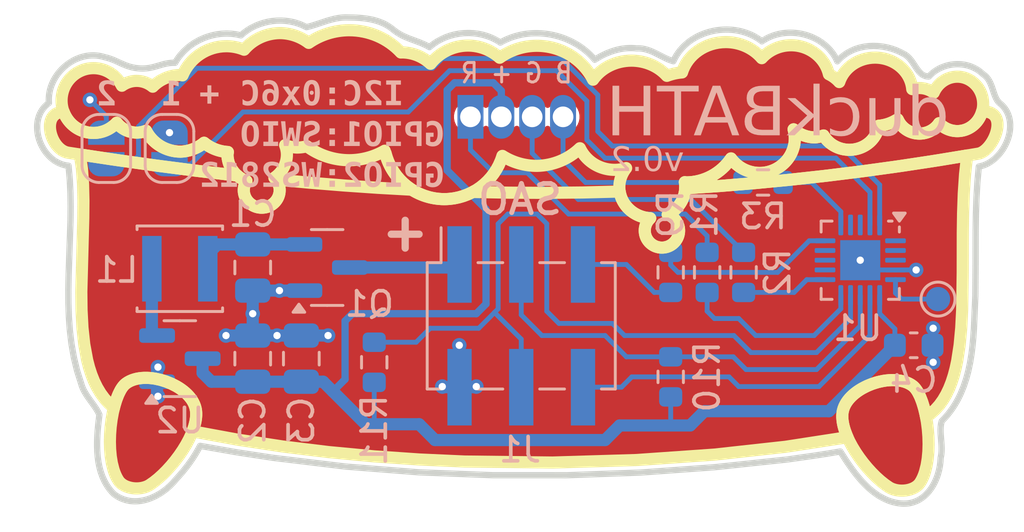
<source format=kicad_pcb>
(kicad_pcb (version 20240108) (generator "pcbnew") (generator_version "8.0")
  (title_block (title "duckBATH") (date "2024-10-14") (rev "v0.2") (company "©2024 Adrian Studer"))
  (layers (0 "F.Cu" signal) (31 "B.Cu" signal) (34 "B.Paste" user) (35 "F.Paste" user) (36 "B.SilkS" user "B.Silkscreen") (37 "F.SilkS" user "F.Silkscreen") (38 "B.Mask" user) (39 "F.Mask" user) (44 "Edge.Cuts" user))
  (net 0 "")
  (net 2 "/LED_R")
  (net 3 "/LED_G")
  (net 4 "/LED_B")
  (net 5 "/LED_BG")
  (net 6 "/SCL")
  (net 7 "/SDA")
  (net 8 "/SWIO")
  (net 9 "/GPIO1")
  (net 10 "/GPIO2")
  (net 11 "+BATT")
  (net 12 "GND")
  (net 13 "+3V3")
  (net 14 "/LX")
  (net 15 "/LED_R_")
  (net 16 "/LED_B_")
  (net 17 "/PD0")
  (net 18 "/PD5")
  (net 19 "/PD6")
  (net 24 "/LED_G_")
  (net 27 "Net-(Q1-S)")
  (footprint "footprints:LED_D5.0mm-4_RGB_single-side" (layer "F.Cu") (at 213.36 103.4)
    (property "Reference" "D1" (hide yes))
    (property "Value" "LED_RAGB")
  )
  (footprint "Resistor_SMD:R_0603_1608Metric" (layer "B.Cu") (at 221.6 114.1 90)
    (property "Reference" "R10")
    (property "Value" "10K")
  )
  (footprint "Resistor_SMD:R_0603_1608Metric" (layer "B.Cu") (at 221.6 109.8 -90)
    (property "Reference" "R9")
    (property "Value" "1K")
  )
  (footprint "Jumper:SolderJumper-2_P1.3mm_Open_RoundedPad1.0x1.5mm" (layer "B.Cu") (at 200.975 104.7 -90)
    (property "Reference" "JP1" (hide yes))
    (property "Value" "ADDR")
  )
  (footprint "Jumper:SolderJumper-2_P1.3mm_Open_RoundedPad1.0x1.5mm" (layer "B.Cu") (at 198.375 104.7 -90)
    (property "Reference" "JP2" (hide yes))
    (property "Value" "ADDR")
  )
  (footprint "Inductor_SMD:L_Changjiang_FNR3012S" (layer "B.Cu") (at 201.4 109.65 180)
    (property "Reference" "L1")
    (property "Value" "22uH")
  )
  (footprint "Resistor_SMD:R_0603_1608Metric" (layer "B.Cu") (at 223.1 109.8 90)
    (property "Reference" "R1")
    (property "Value" "100R")
  )
  (footprint "Package_TO_SOT_SMD:SOT-23" (layer "B.Cu") (at 207.4625 109.6)
    (property "Reference" "Q1")
    (property "Value" "Q_PMOS_GSD")
  )
  (footprint "Connector_PinHeader_2.54mm:PinHeader_2x03_P2.54mm_Vertical_SMD" (layer "B.Cu") (at 215.45 112 -90)
    (property "Reference" "J1")
    (property "Value" "SOA")
  )
  (footprint "Capacitor_SMD:C_0603_1608Metric" (layer "B.Cu") (at 231.6 112.8)
    (property "Reference" "C4")
    (property "Value" "100nF")
  )
  (footprint "Package_DFN_QFN:QFN-20-1EP_3x3mm_P0.4mm_EP1.65x1.65mm" (layer "B.Cu") (at 229.4 109.3 180)
    (property "Reference" "U1")
    (property "Value" "CH32V003FxUx")
  )
  (footprint "Resistor_SMD:R_0603_1608Metric" (layer "B.Cu") (at 224.6 109.8 90)
    (property "Reference" "R2")
    (property "Value" "100R")
  )
  (footprint "Capacitor_SMD:C_0805_2012Metric" (layer "B.Cu") (at 204.4 113.35 90)
    (property "Reference" "C2")
    (property "Value" "22uF")
  )
  (footprint "Capacitor_SMD:C_0805_2012Metric" (layer "B.Cu") (at 206.4 113.35 90)
    (property "Reference" "C3")
    (property "Value" "22uF")
  )
  (footprint "Resistor_SMD:R_0603_1608Metric" (layer "B.Cu") (at 225.4 106.1 180)
    (property "Reference" "R3")
    (property "Value" "100R")
  )
  (footprint "Resistor_SMD:R_0603_1608Metric" (layer "B.Cu") (at 209.4 113.5 90)
    (property "Reference" "R11")
    (property "Value" "10K")
  )
  (footprint "TestPoint:TestPoint_Pad_D1.0mm" (layer "B.Cu") (at 232.6 110.9 180)
    (property "Reference" "TP1" (hide yes))
    (property "Value" "TestPoint")
  )
  (footprint "Package_TO_SOT_SMD:SOT-23" (layer "B.Cu") (at 201.4 113.35)
    (property "Reference" "U2")
    (property "Value" "ME2188A33M3G")
  )
  (footprint "Capacitor_SMD:C_0805_2012Metric" (layer "B.Cu") (at 204.4 109.6 -90)
    (property "Reference" "C1")
    (property "Value" "22uF")
  )
  (gr_poly (pts (xy 230.798761 114.233329) (xy 230.906614 114.239751) (xy 231.011786 114.252413) (xy 231.113783 114.271488) (xy 231.212115 114.297151) (xy 231.306288 114.329575) (xy 231.395813 114.368933) (xy 231.480195 114.415401) (xy 231.558945 114.469151) (xy 231.614457 114.517735) (xy 231.668402 114.577754) (xy 231.720641 114.648552) (xy 231.771035 114.729474) (xy 231.865727 114.919073) (xy 231.951366 115.141311) (xy 232.026836 115.390947) (xy 232.091023 115.662741) (xy 232.142813 115.951455) (xy 232.181091 116.251848) (xy 232.204742 116.55868) (xy 232.212652 116.866712) (xy 232.203706 117.170704) (xy 232.176791 117.465416) (xy 232.130791 117.745608) (xy 232.064592 118.006041) (xy 232.023569 118.12721) (xy 231.977079 118.241474) (xy 231.924982 118.348179) (xy 231.867138 118.446669) (xy 231.843825 118.479989) (xy 231.818086 118.511591) (xy 231.790054 118.54147) (xy 231.759862 118.569623) (xy 231.727644 118.596046) (xy 231.693533 118.620735) (xy 231.657663 118.643686) (xy 231.620168 118.664895) (xy 231.581179 118.684359) (xy 231.540832 118.702075) (xy 231.456594 118.732243) (xy 231.36852 118.75537) (xy 231.277678 118.771426) (xy 231.185136 118.780381) (xy 231.091961 118.782204) (xy 230.999219 118.776865) (xy 230.907979 118.764334) (xy 230.819307 118.744581) (xy 230.734271 118.717575) (xy 230.69345 118.701344) (xy 230.653939 118.683288) (xy 230.61587 118.663404) (xy 230.579377 118.641688) (xy 230.405855 118.521535) (xy 230.228255 118.379405) (xy 230.049024 118.217826) (xy 229.870611 118.039332) (xy 229.695461 117.846453) (xy 229.526025 117.641719) (xy 229.364748 117.427662) (xy 229.214078 117.206814) (xy 229.076464 116.981704) (xy 228.954353 116.754864) (xy 228.850193 116.528826) (xy 228.766431 116.30612) (xy 228.732964 116.196808) (xy 228.705515 116.089278) (xy 228.684389 115.983846) (xy 228.669892 115.88083) (xy 228.662331 115.780544) (xy 228.662011 115.683307) (xy 228.669238 115.589434) (xy 228.684319 115.499241) (xy 228.709002 115.40805) (xy 228.742806 115.318927) (xy 228.785239 115.232047) (xy 228.835811 115.147582) (xy 228.894028 115.065708) (xy 228.959399 114.986597) (xy 229.031433 114.910424) (xy 229.109637 114.837362) (xy 229.19352 114.767585) (xy 229.282589 114.701267) (xy 229.376354 114.638582) (xy 229.474322 114.579703) (xy 229.680899 114.47406) (xy 229.898388 114.385729) (xy 230.122853 114.3161) (xy 230.35036 114.266563) (xy 230.464024 114.249764) (xy 230.576974 114.23851) (xy 230.688717 114.232974)) (stroke (width 0.5)) (fill none) (layer "F.SilkS"))
  (gr_poly (pts (xy 205.31535 105.931666) (xy 205.339168 105.958503) (xy 205.357778 105.98168) (xy 205.354179 105.981346) (xy 205.338982 105.961882) (xy 205.331311 105.952206) (xy 205.323521 105.942618) (xy 205.315558 105.933155) (xy 205.307369 105.923856) (xy 205.301168 105.917194)) (stroke (width 0.259139)) (fill none) (layer "F.SilkS"))
  (gr_poly (pts (xy 205.294545 105.910296) (xy 205.298901 105.914758) (xy 205.301168 105.917194) (xy 205.2901 105.905899)) (stroke (width 0.259139)) (fill none) (layer "F.SilkS"))
  (gr_poly (pts (xy 213.651148 106.374431) (xy 213.612415 106.399354) (xy 213.606737 106.402862) (xy 213.673752 106.359299)) (stroke (width 0.259139)) (fill none) (layer "F.SilkS"))
  (gr_poly (pts (xy 234.511163 103.1776) (xy 234.51725 103.177901) (xy 234.517289 103.17789) (xy 234.60908 103.188274) (xy 234.691114 103.206917) (xy 234.763722 103.233277) (xy 234.827236 103.266812) (xy 234.881988 103.306977) (xy 234.928309 103.353229) (xy 234.966532 103.405027) (xy 234.996989 103.461827) (xy 235.020011 103.523085) (xy 235.035931 103.588259) (xy 235.04508 103.656805) (xy 235.04779 103.728182) (xy 235.044393 103.801845) (xy 235.035221 103.877252) (xy 235.020606 103.953859) (xy 235.00088 104.031125) (xy 234.976374 104.108504) (xy 234.947421 104.185456) (xy 234.914353 104.261436) (xy 234.877501 104.335901) (xy 234.837197 104.408309) (xy 234.793774 104.478117) (xy 234.747563 104.544781) (xy 234.698896 104.607758) (xy 234.648104 104.666506) (xy 234.595521 104.720482) (xy 234.541477 104.769142) (xy 234.486305 104.811943) (xy 234.430337 104.848343) (xy 234.373904 104.877798) (xy 234.317338 104.899765) (xy 234.260971 104.913702) (xy 232.682407 105.176673) (xy 231.126521 105.414301) (xy 229.592031 105.627196) (xy 228.077652 105.815969) (xy 226.582099 105.981229) (xy 225.10409 106.123588) (xy 223.642338 106.243654) (xy 222.195561 106.342038) (xy 222.195965 106.335297) (xy 222.196532 106.328587) (xy 222.197891 106.315213) (xy 222.198551 106.308524) (xy 222.19911 106.301816) (xy 222.199502 106.295077) (xy 222.199662 106.288294) (xy 222.199662 106.282614) (xy 222.19916 106.258211) (xy 222.198173 106.233827) (xy 222.196702 106.20947) (xy 222.194746 106.185146) (xy 222.192307 106.160862) (xy 222.189384 106.136623) (xy 222.185979 106.112437) (xy 222.182091 106.088311) (xy 222.196276 106.090904) (xy 222.210479 106.093405) (xy 222.224698 106.095813) (xy 222.238932 106.098131) (xy 222.376609 106.09315) (xy 222.512814 106.079797) (xy 222.647223 106.058245) (xy 222.779507 106.02867) (xy 222.909339 105.991247) (xy 223.036394 105.94615) (xy 223.160343 105.893555) (xy 223.280861 105.833636) (xy 223.397619 105.766568) (xy 223.510293 105.692527) (xy 223.618553 105.611687) (xy 223.722075 105.524223) (xy 223.82053 105.430311) (xy 223.913592 105.330124) (xy 224.000935 105.223838) (xy 224.08223 105.111628) (xy 224.135131 105.180087) (xy 224.191728 105.244876) (xy 224.251819 105.305896) (xy 224.315203 105.363042) (xy 224.381679 105.416214) (xy 224.451045 105.465308) (xy 224.523101 105.510223) (xy 224.597645 105.550857) (xy 224.674475 105.587106) (xy 224.753392 105.61887) (xy 224.834192 105.646046) (xy 224.916677 105.668531) (xy 225.000643 105.686224) (xy 225.085889 105.699022) (xy 225.172216 105.706823) (xy 225.259421 105.709525) (xy 225.334001 105.707599) (xy 225.4076 105.702016) (xy 225.480128 105.692863) (xy 225.551492 105.680231) (xy 225.621603 105.66421) (xy 225.690369 105.64489) (xy 225.757699 105.62236) (xy 225.823503 105.596711) (xy 225.887689 105.568031) (xy 225.950167 105.536411) (xy 226.010845 105.50194) (xy 226.069634 105.464709) (xy 226.126441 105.424807) (xy 226.181176 105.382323) (xy 226.233748 105.337349) (xy 226.284066 105.289972) (xy 226.332039 105.240284) (xy 226.377576 105.188374) (xy 226.420587 105.134332) (xy 226.46098 105.078247) (xy 226.498665 105.02021) (xy 226.53355 104.96031) (xy 226.565545 104.898637) (xy 226.594558 104.83528) (xy 226.620499 104.77033) (xy 226.643277 104.703876) (xy 226.662801 104.636009) (xy 226.67898 104.566817) (xy 226.691723 104.496391) (xy 226.70094 104.42482) (xy 226.706538 104.352195) (xy 226.708428 104.278604) (xy 226.708428 104.272924) (xy 226.707114 104.227447) (xy 226.704339 104.182068) (xy 226.700107 104.136822) (xy 226.694423 104.091743) (xy 226.687292 104.046864) (xy 226.67872 104.00222) (xy 226.66871 103.957845) (xy 226.657267 103.913773) (xy 226.703672 103.952499) (xy 226.751567 103.988976) (xy 226.800868 104.023171) (xy 226.851495 104.055055) (xy 226.903365 104.084596) (xy 226.956398 104.111763) (xy 227.010511 104.136525) (xy 227.065623 104.158852) (xy 227.121652 104.178711) (xy 227.178516 104.196073) (xy 227.236133 104.210906) (xy 227.294423 104.223179) (xy 227.353303 104.232861) (xy 227.412691 104.239921) (xy 227.472506 104.244328) (xy 227.532666 104.246052) (xy 227.578394 104.241576) (xy 227.623906 104.235538) (xy 227.669164 104.227946) (xy 227.714127 104.21881) (xy 227.758758 104.208137) (xy 227.803017 104.195937) (xy 227.846867 104.182217) (xy 227.890267 104.166987) (xy 227.933101 104.233549) (xy 227.98014 104.296736) (xy 228.031157 104.356423) (xy 228.085926 104.412484) (xy 228.144219 104.464793) (xy 228.205811 104.513225) (xy 228.270474 104.557654) (xy 228.337982 104.597953) (xy 228.408108 104.633998) (xy 228.480625 104.665662) (xy 228.555307 104.69282) (xy 228.631926 104.715346) (xy 228.710257 104.733114) (xy 228.790071 104.745999) (xy 228.871144 104.753875) (xy 228.953247 104.756615) (xy 229.009705 104.7553) (xy 229.065564 104.751575) (xy 229.120765 104.74549) (xy 229.175246 104.737094) (xy 229.228946 104.726437) (xy 229.281806 104.71357) (xy 229.333763 104.698542) (xy 229.384757 104.681404) (xy 229.434727 104.662204) (xy 229.483612 104.640993) (xy 229.531352 104.617821) (xy 229.577885 104.592737) (xy 229.62315 104.565793) (xy 229.667088 104.537036) (xy 229.709636 104.506518) (xy 229.750735 104.474288) (xy 229.790322 104.440395) (xy 229.828338 104.404891) (xy 229.864721 104.367825) (xy 229.899411 104.329246) (xy 229.932347 104.289205) (xy 229.963467 104.247751) (xy 229.992711 104.204935) (xy 230.020019 104.160805) (xy 230.045329 104.115413) (xy 230.06858 104.068808) (xy 230.089711 104.021039) (xy 230.108662 103.972158) (xy 230.125372 103.922212) (xy 230.13978 103.871254) (xy 230.151825 103.819331) (xy 230.161446 103.766495) (xy 230.20739 103.762188) (xy 230.253058 103.756572) (xy 230.298424 103.749664) (xy 230.343465 103.741482) (xy 230.388156 103.732044) (xy 230.432474 103.721368) (xy 230.476393 103.709473) (xy 230.519891 103.696375) (xy 230.562943 103.682094) (xy 230.605524 103.666647) (xy 230.64761 103.650052) (xy 230.689178 103.632327) (xy 230.730203 103.61349) (xy 230.770661 103.593559) (xy 230.810527 103.572552) (xy 230.849778 103.550487) (xy 230.959847 103.539635) (xy 230.991213 103.600652) (xy 231.026689 103.658817) (xy 231.066064 103.71398) (xy 231.109123 103.765994) (xy 231.155654 103.814711) (xy 231.205444 103.859981) (xy 231.258281 103.901657) (xy 231.31395 103.93959) (xy 231.372241 103.973632) (xy 231.432938 104.003634) (xy 231.49583 104.029448) (xy 231.560704 104.050926) (xy 231.627347 104.067919) (xy 231.695545 104.080279) (xy 231.765087 104.087857) (xy 231.835759 104.090506) (xy 231.896843 104.088586) (xy 231.957249 104.082978) (xy 232.016825 104.073765) (xy 232.075417 104.061026) (xy 232.132872 104.044843) (xy 232.189037 104.025297) (xy 232.243759 104.002468) (xy 232.296884 103.976437) (xy 232.34826 103.947285) (xy 232.397733 103.915092) (xy 232.445151 103.879941) (xy 232.49036 103.841911) (xy 232.533207 103.801084) (xy 232.57354 103.75754) (xy 232.611203 103.71136) (xy 232.646046 103.662625) (xy 232.684165 103.700378) (xy 232.723831 103.735969) (xy 232.764957 103.769362) (xy 232.807459 103.80052) (xy 232.851252 103.829405) (xy 232.89625 103.855982) (xy 232.942368 103.880213) (xy 232.989522 103.902061) (xy 233.037626 103.921489) (xy 233.086595 103.938461) (xy 233.136344 103.952939) (xy 233.186788 103.964887) (xy 233.237841 103.974267) (xy 233.289419 103.981044) (xy 233.341436 103.985179) (xy 233.393807 103.986636) (xy 233.438891 103.985598) (xy 233.48347 103.982606) (xy 233.527507 103.977699) (xy 233.570967 103.970917) (xy 233.613815 103.9623) (xy 233.656016 103.951888) (xy 233.697534 103.93972) (xy 233.738334 103.925837) (xy 233.778381 103.910279) (xy 233.817639 103.893084) (xy 233.856073 103.874294) (xy 233.893648 103.853947) (xy 233.930328 103.832084) (xy 233.966078 103.808744) (xy 234.000863 103.783968) (xy 234.034647 103.757794) (xy 234.067395 103.730263) (xy 234.099072 103.701415) (xy 234.129642 103.67129) (xy 234.15907 103.639927) (xy 234.187321 103.607365) (xy 234.21436 103.573646) (xy 234.24015 103.538809) (xy 234.264657 103.502893) (xy 234.287846 103.465938) (xy 234.309681 103.427985) (xy 234.330126 103.389073) (xy 234.349147 103.349241) (xy 234.366708 103.308531) (xy 234.382774 103.26698) (xy 234.397309 103.22463) (xy 234.410279 103.18152) (xy 234.423721 103.181018) (xy 234.437418 103.180284) (xy 234.465029 103.178612) (xy 234.478666 103.17792) (xy 234.492008 103.177489) (xy 234.504915 103.177441)) (stroke (width 0.5)) (fill none) (layer "F.SilkS"))
  (gr_poly (pts (xy 213.599198 106.407764) (xy 213.588667 106.414028) (xy 213.606737 106.402862)) (stroke (width 0.259139)) (fill none) (layer "F.SilkS"))
  (gr_poly (pts (xy 213.727204 106.322514) (xy 213.689413 106.348814) (xy 213.687412 106.350154) (xy 213.764515 106.295539)) (stroke (width 0.259139)) (fill none) (layer "F.SilkS"))
  (gr_poly (pts (xy 213.573219 106.423574) (xy 213.533565 106.447079) (xy 213.523408 106.452849) (xy 213.588667 106.414028)) (stroke (width 0.259139)) (fill none) (layer "F.SilkS"))
  (gr_poly (pts (xy 222.199482 106.295088) (xy 222.199097 106.301827) (xy 222.199096 106.301845) (xy 222.199625 106.288305)) (stroke (width 0.259139)) (fill none) (layer "F.SilkS"))
  (gr_poly (pts (xy 209.897184 104.998147) (xy 209.929302 105.098677) (xy 209.965396 105.197133) (xy 210.005366 105.293434) (xy 210.049106 105.387499) (xy 210.096515 105.479248) (xy 210.201925 105.655472) (xy 210.32077 105.821458) (xy 210.452225 105.976559) (xy 210.595465 106.120128) (xy 210.749665 106.251517) (xy 210.914 106.370079) (xy 211.087645 106.475166) (xy 211.269775 106.566131) (xy 211.459565 106.642326) (xy 211.656189 106.703105) (xy 211.756807 106.72751) (xy 211.858824 106.747819) (xy 211.962136 106.76395) (xy 212.066642 106.775821) (xy 212.172238 106.783353) (xy 212.27882 106.786465) (xy 212.37897 106.784228) (xy 212.478669 106.778026) (xy 212.577805 106.767895) (xy 212.676267 106.753874) (xy 212.773942 106.735998) (xy 212.870719 106.714304) (xy 212.966486 106.688831) (xy 213.061132 106.659614) (xy 213.154545 106.62669) (xy 213.246612 106.590096) (xy 213.337223 106.54987) (xy 213.426265 106.506048) (xy 213.503417 106.464204) (xy 213.493459 106.469861) (xy 213.452906 106.49191) (xy 214.95133 106.520571) (xy 216.458436 106.528159) (xy 217.976122 106.512971) (xy 219.501212 106.473437) (xy 219.501759 106.477571) (xy 219.512921 106.538247) (xy 219.527025 106.59794) (xy 219.543998 106.656576) (xy 219.563768 106.714083) (xy 219.586263 106.770387) (xy 219.611412 106.825416) (xy 219.63914 106.879097) (xy 219.669378 106.931357) (xy 219.702051 106.982123) (xy 219.737088 107.031322) (xy 219.774417 107.078881) (xy 219.813966 107.124727) (xy 219.855661 107.168787) (xy 219.899432 107.210989) (xy 219.945205 107.251259) (xy 219.992909 107.289525) (xy 220.042471 107.325713) (xy 220.093819 107.359751) (xy 220.14688 107.391566) (xy 220.201584 107.421084) (xy 220.257856 107.448234) (xy 220.315626 107.472941) (xy 220.374821 107.495133) (xy 220.435368 107.514737) (xy 220.497196 107.531681) (xy 220.560232 107.54589) (xy 220.624403 107.557293) (xy 220.689639 107.565817) (xy 220.755865 107.571387) (xy 220.729882 107.59682) (xy 220.70537 107.623421) (xy 220.682359 107.651126) (xy 220.660877 107.679871) (xy 220.640952 107.709591) (xy 220.622612 107.740222) (xy 220.605885 107.771701) (xy 220.5908 107.803962) (xy 220.577384 107.836941) (xy 220.565665 107.870574) (xy 220.555672 107.904798) (xy 220.547433 107.939546) (xy 220.540975 107.974756) (xy 220.536328 108.010363) (xy 220.533519 108.046302) (xy 220.532576 108.08251) (xy 220.533582 108.118517) (xy 220.536392 108.154049) (xy 220.540961 108.18906) (xy 220.547245 108.223507) (xy 220.5552 108.257346) (xy 220.564782 108.290534) (xy 220.575946 108.323026) (xy 220.588648 108.35478) (xy 220.602844 108.38575) (xy 220.618488 108.415894) (xy 220.635538 108.445167) (xy 220.653949 108.473525) (xy 220.673676 108.500925) (xy 220.694675 108.527323) (xy 220.716902 108.552675) (xy 220.740312 108.576938) (xy 220.764861 108.600067) (xy 220.790506 108.622018) (xy 220.817201 108.642748) (xy 220.844902 108.662214) (xy 220.873565 108.68037) (xy 220.903145 108.697174) (xy 220.933599 108.712581) (xy 220.964882 108.726548) (xy 220.99695 108.739031) (xy 221.029758 108.749986) (xy 221.063262 108.759369) (xy 221.097418 108.767136) (xy 221.132181 108.773244) (xy 221.167507 108.777649) (xy 221.203352 108.780307) (xy 221.239672 108.781174) (xy 221.275955 108.780192) (xy 221.311759 108.777423) (xy 221.34704 108.772911) (xy 221.381754 108.766699) (xy 221.415858 108.75883) (xy 221.449306 108.749351) (xy 221.482054 108.738303) (xy 221.51406 108.725731) (xy 221.545277 108.711679) (xy 221.575663 108.696191) (xy 221.605173 108.67931) (xy 221.633763 108.661081) (xy 221.661388 108.641548) (xy 221.688005 108.620754) (xy 221.71357 108.598743) (xy 221.738038 108.57556) (xy 221.761365 108.551248) (xy 221.783507 108.52585) (xy 221.80442 108.499412) (xy 221.824059 108.471977) (xy 221.842381 108.443588) (xy 221.859342 108.41429) (xy 221.874897 108.384127) (xy 221.889001 108.353142) (xy 221.901612 108.32138) (xy 221.912685 108.288884) (xy 221.922175 108.255698) (xy 221.930039 108.221866) (xy 221.936232 108.187433) (xy 221.94071 108.152441) (xy 221.94343 108.116935) (xy 221.944346 108.08096) (xy 221.944346 108.077859) (xy 221.943613 108.05047) (xy 221.941819 108.023295) (xy 221.938981 107.996356) (xy 221.935116 107.969677) (xy 221.930241 107.943282) (xy 221.924372 107.917195) (xy 221.917527 107.891438) (xy 221.909722 107.866036) (xy 221.900974 107.841013) (xy 221.8913 107.816391) (xy 221.880717 107.792195) (xy 221.869242 107.768448) (xy 221.85689 107.745173) (xy 221.84368 107.722395) (xy 221.829628 107.700136) (xy 221.814751 107.678421) (xy 221.799066 107.657273) (xy 221.782589 107.636716) (xy 221.765338 107.616773) (xy 221.747329 107.597468) (xy 221.728579 107.578824) (xy 221.709104 107.560865) (xy 221.688923 107.543615) (xy 221.668051 107.527097) (xy 221.646505 107.511335) (xy 221.624303 107.496352) (xy 221.60146 107.482172) (xy 221.577995 107.468819) (xy 221.553923 107.456316) (xy 221.529261 107.444687) (xy 221.504027 107.433956) (xy 221.478238 107.424145) (xy 221.559262 107.379888) (xy 221.636251 107.330874) (xy 221.709043 107.27736) (xy 221.777476 107.219601) (xy 221.841387 107.157852) (xy 221.900615 107.092368) (xy 221.954997 107.023406) (xy 222.004371 106.951219) (xy 222.048575 106.876063) (xy 222.087447 106.798195) (xy 222.120825 106.717868) (xy 222.148547 106.635339) (xy 222.170449 106.550863) (xy 222.186372 106.464695) (xy 222.196151 106.377091) (xy 222.197528 106.341913) (xy 223.589048 106.247531) (xy 224.996589 106.132713) (xy 226.419241 105.997115) (xy 227.858097 105.84026) (xy 229.314247 105.661671) (xy 230.788786 105.460868) (xy 232.282806 105.237374) (xy 233.797398 104.99071) (xy 233.712906 105.762853) (xy 233.660012 106.556875) (xy 233.631342 107.365244) (xy 233.619523 108.180426) (xy 233.616943 109.801094) (xy 233.593283 111.358612) (xy 233.555115 112.094855) (xy 233.489557 112.79271) (xy 233.389234 113.444644) (xy 233.323733 113.751035) (xy 233.246775 114.043122) (xy 233.157439 114.319961) (xy 233.054805 114.580611) (xy 232.937949 114.82413) (xy 232.80595 115.049577) (xy 232.657887 115.25601) (xy 232.492837 115.442487) (xy 232.30988 115.608067) (xy 232.108094 115.751808) (xy 232.085713 115.640168) (xy 232.061424 115.531214) (xy 232.035293 115.425272) (xy 232.007388 115.322664) (xy 231.977777 115.223714) (xy 231.946527 115.128745) (xy 231.913706 115.038081) (xy 231.879382 114.952045) (xy 231.843621 114.870962) (xy 231.806493 114.795153) (xy 231.768064 114.724944) (xy 231.728401 114.660656) (xy 231.687573 114.602615) (xy 231.645648 114.551142) (xy 231.624294 114.527971) (xy 231.602692 114.506563) (xy 231.580849 114.486959) (xy 231.558773 114.469199) (xy 231.480025 114.415449) (xy 231.395645 114.36898) (xy 231.306125 114.329619) (xy 231.211958 114.297192) (xy 231.113635 114.271525) (xy 231.011648 114.252445) (xy 230.906488 114.239778) (xy 230.798647 114.23335) (xy 230.688617 114.232987) (xy 230.576889 114.238517) (xy 230.463955 114.249764) (xy 230.350307 114.266555) (xy 230.236436 114.288717) (xy 230.122835 114.316075) (xy 230.009994 114.348457) (xy 229.898405 114.385687) (xy 229.788561 114.427594) (xy 229.680953 114.474002) (xy 229.576072 114.524738) (xy 229.47441 114.579628) (xy 229.376459 114.638499) (xy 229.28271 114.701177) (xy 229.193655 114.767488) (xy 229.109787 114.837258) (xy 229.031596 114.910314) (xy 228.959574 114.986482) (xy 228.894213 115.065588) (xy 228.836004 115.147459) (xy 228.78544 115.23192) (xy 228.743011 115.318798) (xy 228.70921 115.407919) (xy 228.684529 115.499109) (xy 228.673745 115.557818) (xy 228.666394 115.618164) (xy 228.662387 115.680056) (xy 228.661637 115.743405) (xy 228.664056 115.80812) (xy 228.669556 115.87411) (xy 228.67805 115.941286) (xy 228.689449 116.009557) (xy 228.703665 116.078833) (xy 228.720612 116.149023) (xy 228.7402 116.220038) (xy 228.762343 116.291786) (xy 228.786952 116.364179) (xy 228.813939 116.437124) (xy 228.843218 116.510533) (xy 228.874699 116.584315) (xy 226.325282 116.977276) (xy 223.407947 117.298047) (xy 220.189573 117.522267) (xy 216.737039 117.625575) (xy 213.117223 117.58361) (xy 211.265483 117.500537) (xy 209.397002 117.372011) (xy 207.52014 117.194986) (xy 205.643257 116.966417) (xy 203.774712 116.68326) (xy 201.922864 116.342468) (xy 201.946449 116.278806) (xy 201.968218 116.215556) (xy 201.988112 116.152779) (xy 202.006077 116.090535) (xy 202.022055 116.028884) (xy 202.03599 115.967887) (xy 202.047825 115.907603) (xy 202.057503 115.848094) (xy 202.064969 115.78942) (xy 202.070165 115.73164) (xy 202.073034 115.674815) (xy 202.07352 115.619006) (xy 202.071567 115.564272) (xy 202.067118 115.510673) (xy 202.060116 115.458271) (xy 202.050505 115.407126) (xy 202.025824 115.315936) (xy 201.992023 115.226815) (xy 201.949595 115.139938) (xy 201.89903 115.055477) (xy 201.840822 114.973607) (xy 201.775461 114.894502) (xy 201.703438 114.818334) (xy 201.625247 114.745278) (xy 201.541378 114.675508) (xy 201.452324 114.609197) (xy 201.358575 114.54652) (xy 201.260624 114.487648) (xy 201.05408 114.382022) (xy 200.836627 114.293707) (xy 200.612197 114.224094) (xy 200.384725 114.174573) (xy 200.271077 114.157782) (xy 200.158143 114.146534) (xy 200.046415 114.141005) (xy 199.936385 114.141367) (xy 199.828544 114.147795) (xy 199.723384 114.160462) (xy 199.621397 114.179542) (xy 199.523075 114.205208) (xy 199.428908 114.237635) (xy 199.33939 114.276996) (xy 199.25501 114.323465) (xy 199.176262 114.377216) (xy 199.139412 114.408015) (xy 199.103228 114.443919) (xy 199.067752 114.484738) (xy 199.033023 114.53028) (xy 198.99908 114.580353) (xy 198.965963 114.634768) (xy 198.933712 114.693332) (xy 198.902366 114.755854) (xy 198.871965 114.822144) (xy 198.842549 114.89201) (xy 198.814157 114.965261) (xy 198.78683 115.041707) (xy 198.760606 115.121154) (xy 198.735526 115.203414) (xy 198.711628 115.288294) (xy 198.688954 115.375603) (xy 198.485664 115.197295) (xy 198.303223 114.997313) (xy 198.140576 114.776873) (xy 197.996667 114.537189) (xy 197.870439 114.279479) (xy 197.760837 114.004957) (xy 197.666804 113.714841) (xy 197.587286 113.410345) (xy 197.467565 112.763079) (xy 197.393229 112.072885) (xy 197.355828 111.349492) (xy 197.346916 110.602625) (xy 197.427199 107.574965) (xy 197.434015 106.856636) (xy 197.418634 106.173195) (xy 197.372608 105.534369) (xy 197.287489 104.949885) (xy 198.919233 105.193833) (xy 200.541694 105.42006) (xy 202.15685 105.627852) (xy 203.76668 105.816498) (xy 203.76601 105.815901) (xy 203.765361 105.815284) (xy 203.764731 105.814652) (xy 203.764116 105.814007) (xy 203.762923 105.812686) (xy 203.761755 105.811344) (xy 203.760589 105.81) (xy 203.759401 105.808675) (xy 203.758791 105.808025) (xy 203.758166 105.807389) (xy 203.757523 105.806767) (xy 203.756859 105.806163) (xy 203.778025 105.824774) (xy 203.799625 105.842886) (xy 203.821647 105.860495) (xy 203.844081 105.877594) (xy 203.866919 105.894176) (xy 203.890149 105.910237) (xy 203.913763 105.925769) (xy 203.937749 105.940766) (xy 203.962097 105.955223) (xy 203.986799 105.969133) (xy 204.011843 105.98249) (xy 204.03722 105.995288) (xy 204.062919 106.007521) (xy 204.088932 106.019183) (xy 204.115246 106.030267) (xy 204.141854 106.040768) (xy 204.128863 106.062237) (xy 204.116662 106.084085) (xy 204.105258 106.106292) (xy 204.094657 106.128836) (xy 204.084865 106.151698) (xy 204.075887 106.174854) (xy 204.067731 106.198285) (xy 204.060403 106.221969) (xy 204.053908 106.245885) (xy 204.048252 106.270011) (xy 204.043442 106.294327) (xy 204.039485 106.318812) (xy 204.036385 106.343444) (xy 204.034149 106.368202) (xy 204.032784 106.393065) (xy 204.032296 106.418012) (xy 204.033317 106.455165) (xy 204.036227 106.491828) (xy 204.040979 106.527955) (xy 204.047527 106.5635) (xy 204.055823 106.598419) (xy 204.065822 106.632666) (xy 204.077477 106.666196) (xy 204.090742 106.698963) (xy 204.10557 106.730923) (xy 204.121916 106.762029) (xy 204.139732 106.792238) (xy 204.158972 106.821503) (xy 204.17959 106.849778) (xy 204.20154 106.87702) (xy 204.224775 106.903182) (xy 204.249248 106.92822) (xy 204.274913 106.952087) (xy 204.301725 106.974739) (xy 204.329636 106.996131) (xy 204.358599 107.016216) (xy 204.38857 107.034951) (xy 204.419501 107.052289) (xy 204.451345 107.068185) (xy 204.484057 107.082594) (xy 204.517591 107.095471) (xy 204.551898 107.10677) (xy 204.586934 107.116446) (xy 204.622652 107.124454) (xy 204.659005 107.130748) (xy 204.695948 107.135284) (xy 204.733433 107.138015) (xy 204.771414 107.138898) (xy 204.809343 107.137906) (xy 204.846772 107.135069) (xy 204.883656 107.130434) (xy 204.919947 107.124044) (xy 204.9556 107.115946) (xy 204.990568 107.106185) (xy 205.024806 107.094805) (xy 205.058268 107.081853) (xy 205.090906 107.067374) (xy 205.122675 107.051412) (xy 205.153528 107.034014) (xy 205.18342 107.015224) (xy 205.212304 106.995088) (xy 205.240134 106.973651) (xy 205.266864 106.950959) (xy 205.292447 106.927056) (xy 205.316838 106.901988) (xy 205.33999 106.875801) (xy 205.361857 106.848539) (xy 205.382392 106.820248) (xy 205.401551 106.790973) (xy 205.419286 106.76076) (xy 205.435551 106.729654) (xy 205.4503 106.697699) (xy 205.463487 106.664943) (xy 205.475065 106.631428) (xy 205.484989 106.597202) (xy 205.493212 106.56231) (xy 205.499688 106.526796) (xy 205.504371 106.490705) (xy 205.507215 106.454084) (xy 205.508173 106.416978) (xy 205.508172 106.413878) (xy 205.507043 106.378195) (xy 205.504129 106.342763) (xy 205.499457 106.307641) (xy 205.493051 106.272888) (xy 205.484936 106.238562) (xy 205.475139 106.204722) (xy 205.463683 106.171426) (xy 205.450593 106.138732) (xy 205.435896 106.1067) (xy 205.419616 106.075387) (xy 205.401778 106.044853) (xy 205.382407 106.015155) (xy 205.361529 105.986352) (xy 205.357778 105.98168) (xy 206.752215 106.111136) (xy 208.150937 106.22426) (xy 209.551324 106.320314) (xy 210.954353 106.398892) (xy 210.855648 106.333863) (xy 210.760136 106.264424) (xy 210.667986 106.190694) (xy 210.579367 106.11279) (xy 210.49445 106.030831) (xy 210.413403 105.944937) (xy 210.336397 105.855226) (xy 210.263601 105.761816) (xy 210.195183 105.664826) (xy 210.131315 105.564374) (xy 210.072165 105.460581) (xy 210.017904 105.353563) (xy 209.968699 105.24344) (xy 209.924722 105.13033) (xy 209.886141 105.014352) (xy 209.853127 104.895625) (xy 209.869148 104.895625)) (stroke (width 0.5)) (fill none) (layer "F.SilkS"))
  (gr_poly (pts (xy 200.158027 114.146464) (xy 200.270977 114.157718) (xy 200.384641 114.174517) (xy 200.612148 114.224054) (xy 200.836613 114.293683) (xy 201.054101 114.382014) (xy 201.260679 114.487657) (xy 201.358646 114.546536) (xy 201.452411 114.609221) (xy 201.54148 114.675539) (xy 201.625363 114.745316) (xy 201.703567 114.818378) (xy 201.775601 114.894552) (xy 201.840972 114.973663) (xy 201.899189 115.055537) (xy 201.94976 115.140002) (xy 201.992194 115.226882) (xy 202.025998 115.316005) (xy 202.050681 115.407196) (xy 202.065761 115.497389) (xy 202.072988 115.591262) (xy 202.072668 115.6885) (xy 202.065107 115.788785) (xy 202.050611 115.891801) (xy 202.029485 115.997233) (xy 202.002035 116.104763) (xy 201.968568 116.214075) (xy 201.884806 116.436781) (xy 201.780646 116.66282) (xy 201.658535 116.889659) (xy 201.520921 117.114769) (xy 201.370252 117.335617) (xy 201.208975 117.549674) (xy 201.039538 117.754408) (xy 200.864389 117.947287) (xy 200.685976 118.125782) (xy 200.506745 118.28736) (xy 200.329146 118.42949) (xy 200.155624 118.549643) (xy 200.119132 118.571359) (xy 200.081063 118.591243) (xy 200.041551 118.609299) (xy 200.00073 118.625531) (xy 199.915695 118.652536) (xy 199.827023 118.672289) (xy 199.735783 118.68482) (xy 199.643042 118.690159) (xy 199.549866 118.688337) (xy 199.457324 118.679382) (xy 199.366482 118.663326) (xy 199.278408 118.640198) (xy 199.19417 118.61003) (xy 199.153822 118.592314) (xy 199.114834 118.57285) (xy 199.077338 118.55164) (xy 199.041468 118.528689) (xy 199.007357 118.504) (xy 198.975139 118.477577) (xy 198.944948 118.449424) (xy 198.916915 118.419545) (xy 198.891176 118.387943) (xy 198.867863 118.354622) (xy 198.810019 118.256132) (xy 198.757922 118.149428) (xy 198.711432 118.035163) (xy 198.670409 117.913994) (xy 198.60421 117.653562) (xy 198.55821 117.37337) (xy 198.531295 117.078658) (xy 198.522349 116.774666) (xy 198.53026 116.466634) (xy 198.553911 116.159802) (xy 198.592189 115.859409) (xy 198.643978 115.570696) (xy 198.708165 115.298901) (xy 198.783636 115.049265) (xy 198.869274 114.827028) (xy 198.963967 114.637429) (xy 199.01436 114.556506) (xy 199.066599 114.485708) (xy 199.120544 114.425689) (xy 199.176056 114.377105) (xy 199.254806 114.323355) (xy 199.339188 114.276887) (xy 199.428713 114.237529) (xy 199.522886 114.205105) (xy 199.621218 114.179442) (xy 199.723215 114.160367) (xy 199.828387 114.147705) (xy 199.93624 114.141283) (xy 200.046284 114.140927)) (stroke (width 0.5)) (fill none) (layer "F.SilkS"))
  (gr_poly (pts (xy 219.487529 106.319653) (xy 219.487188 106.313707) (xy 219.486643 106.290372) (xy 219.486647 106.290371)) (stroke (width 0.259139)) (fill none) (layer "F.SilkS"))
  (gr_poly (pts (xy 217.864006 104.691503) (xy 217.864005 104.691504) (xy 217.864005 104.691502)) (stroke (width 0.259139)) (fill none) (layer "F.SilkS"))
  (gr_poly (pts (xy 213.513628 106.458667) (xy 213.503417 106.464204) (xy 213.523408 106.452849)) (stroke (width 0.259139)) (fill none) (layer "F.SilkS"))
  (gr_poly (pts (xy 196.580232 103.194667) (xy 196.587138 103.194938) (xy 196.594169 103.195353) (xy 196.608276 103.196227) (xy 196.615188 103.196489) (xy 196.621897 103.196504) (xy 196.660363 103.289526) (xy 196.70532 103.37885) (xy 196.756472 103.464158) (xy 196.813519 103.545129) (xy 196.876165 103.621447) (xy 196.944112 103.692791) (xy 197.017064 103.758844) (xy 197.094722 103.819286) (xy 197.176789 103.8738) (xy 197.262967 103.922065) (xy 197.35296 103.963763) (xy 197.44647 103.998576) (xy 197.543199 104.026186) (xy 197.64285 104.046272) (xy 197.745126 104.058516) (xy 197.797155 104.061599) (xy 197.849729 104.062601) (xy 197.917129 104.060568) (xy 197.984026 104.055067) (xy 198.050301 104.04615) (xy 198.115837 104.033868) (xy 198.180515 104.018273) (xy 198.244218 103.999418) (xy 198.306827 103.977354) (xy 198.368224 103.952134) (xy 198.428291 103.923809) (xy 198.48691 103.892432) (xy 198.543964 103.858055) (xy 198.599333 103.82073) (xy 198.6529 103.780509) (xy 198.704547 103.737443) (xy 198.754156 103.691586) (xy 198.801608 103.642988) (xy 198.840062 103.689696) (xy 198.88084 103.733854) (xy 198.923817 103.775398) (xy 198.968865 103.814266) (xy 199.015857 103.850396) (xy 199.064667 103.883724) (xy 199.115168 103.914189) (xy 199.167232 103.941727) (xy 199.220733 103.966276) (xy 199.275544 103.987773) (xy 199.331538 104.006156) (xy 199.388589 104.021362) (xy 199.446568 104.033328) (xy 199.50535 104.041993) (xy 199.564807 104.047293) (xy 199.624813 104.049165) (xy 199.649545 104.048663) (xy 199.674234 104.047573) (xy 199.69887 104.045896) (xy 199.723444 104.043635) (xy 199.747946 104.040792) (xy 199.772364 104.037368) (xy 199.79669 104.033366) (xy 199.820914 104.028787) (xy 199.845024 104.023634) (xy 199.869012 104.017909) (xy 199.892868 104.011613) (xy 199.91658 104.004749) (xy 199.94014 103.997319) (xy 199.963537 103.989324) (xy 199.986761 103.980767) (xy 200.009803 103.97165) (xy 200.064213 104.068266) (xy 200.124786 104.160108) (xy 200.191191 104.246975) (xy 200.263096 104.328668) (xy 200.340171 104.404986) (xy 200.422084 104.47573) (xy 200.508504 104.5407) (xy 200.599102 104.599695) (xy 200.693545 104.652516) (xy 200.791502 104.698963) (xy 200.892644 104.738835) (xy 200.996638 104.771932) (xy 201.103153 104.798056) (xy 201.21186 104.817005) (xy 201.322427 104.828579) (xy 201.434522 104.832579) (xy 201.500646 104.828674) (xy 201.566351 104.822103) (xy 201.631559 104.812896) (xy 201.696194 104.801082) (xy 201.760177 104.786691) (xy 201.823432 104.769752) (xy 201.885879 104.750295) (xy 201.947443 104.728349) (xy 202.008044 104.703943) (xy 202.067606 104.677108) (xy 202.126051 104.647871) (xy 202.183301 104.616264) (xy 202.239279 104.582314) (xy 202.293907 104.546053) (xy 202.347108 104.507508) (xy 202.398804 104.46671) (xy 202.450804 104.507868) (xy 202.504392 104.546854) (xy 202.559489 104.583637) (xy 202.616018 104.618188) (xy 202.6739 104.650476) (xy 202.733058 104.68047) (xy 202.793412 104.70814) (xy 202.854884 104.733455) (xy 202.917397 104.756385) (xy 202.980873 104.776901) (xy 203.045233 104.79497) (xy 203.110398 104.810563) (xy 203.176291 104.82365) (xy 203.242834 104.834199) (xy 203.309948 104.842182) (xy 203.377556 104.847566) (xy 203.374917 104.861625) (xy 203.37246 104.875712) (xy 203.370184 104.889825) (xy 203.368091 104.903964) (xy 203.366179 104.918126) (xy 203.36445 104.93231) (xy 203.362902 104.946514) (xy 203.361536 104.960737) (xy 203.36364 105.022959) (xy 203.369218 105.084458) (xy 203.378188 105.14514) (xy 203.390469 105.204909) (xy 203.405981 105.263672) (xy 203.424642 105.321332) (xy 203.446372 105.377796) (xy 203.47109 105.432968) (xy 203.498714 105.486755) (xy 203.529165 105.539061) (xy 203.56236 105.589791) (xy 203.598219 105.638852) (xy 203.636662 105.686148) (xy 203.677606 105.731584) (xy 203.720972 105.775066) (xy 203.766678 105.816499) (xy 202.038357 105.613326) (xy 200.303803 105.388271) (xy 198.560482 105.142073) (xy 196.805865 104.875471) (xy 196.738301 104.860756) (xy 196.672855 104.838486) (xy 196.609704 104.809172) (xy 196.549023 104.773327) (xy 196.490988 104.731462) (xy 196.435775 104.684088) (xy 196.38356 104.631717) (xy 196.334519 104.574861) (xy 196.288828 104.514032) (xy 196.246663 104.44974) (xy 196.208199 104.382498) (xy 196.173613 104.312817) (xy 196.14308 104.241209) (xy 196.116777 104.168186) (xy 196.09488 104.094259) (xy 196.077563 104.019939) (xy 196.065004 103.945739) (xy 196.057379 103.872169) (xy 196.054862 103.799742) (xy 196.05763 103.72897) (xy 196.065859 103.660363) (xy 196.079725 103.594433) (xy 196.099404 103.531693) (xy 196.125072 103.472653) (xy 196.156904 103.417826) (xy 196.195077 103.367722) (xy 196.239767 103.322854) (xy 196.291149 103.283733) (xy 196.349399 103.250871) (xy 196.414694 103.224779) (xy 196.487209 103.20597) (xy 196.56712 103.194954) (xy 196.570285 103.194748) (xy 196.573532 103.19464)) (stroke (width 0.5)) (fill none) (layer "F.SilkS"))
  (gr_poly (pts (xy 222.197528 106.341913) (xy 222.195525 106.342049) (xy 222.19593 106.335307) (xy 222.196503 106.328598) (xy 222.197875 106.315224) (xy 222.198539 106.308535) (xy 222.199096 106.301845)) (stroke (width 0.259139)) (fill none) (layer "F.SilkS"))
  (gr_poly (pts (xy 213.682864 106.353375) (xy 213.673752 106.359299) (xy 213.687412 106.350154)) (stroke (width 0.259139)) (fill none) (layer "F.SilkS"))
  (gr_poly (pts (xy 208.512349 99.839473) (xy 208.66432 99.850727) (xy 208.814776 99.869622) (xy 208.963422 99.89603) (xy 209.109961 99.929825) (xy 209.254097 99.970879) (xy 209.395533 100.019065) (xy 209.533973 100.074256) (xy 209.66912 100.136326) (xy 209.800678 100.205146) (xy 209.928351 100.280591) (xy 210.051841 100.362532) (xy 210.170853 100.450843) (xy 210.285089 100.545397) (xy 210.394255 100.646067) (xy 210.498052 100.752725) (xy 210.508508 100.751854) (xy 210.51897 100.751047) (xy 210.529437 100.750304) (xy 210.539909 100.749625) (xy 210.621657 100.751564) (xy 210.702898 100.757364) (xy 210.783507 100.766975) (xy 210.863359 100.780348) (xy 210.942329 100.797435) (xy 211.020292 100.818184) (xy 211.097124 100.842547) (xy 211.1727 100.870474) (xy 211.246894 100.901916) (xy 211.319583 100.936823) (xy 211.39064 100.975145) (xy 211.459942 101.016834) (xy 211.527364 101.06184) (xy 211.59278 101.110113) (xy 211.656066 101.161604) (xy 211.717097 101.216263) (xy 211.789098 101.130451) (xy 211.86535 101.04932) (xy 211.945621 100.97298) (xy 212.029681 100.901546) (xy 212.117298 100.83513) (xy 212.208242 100.773844) (xy 212.302281 100.717802) (xy 212.399184 100.667116) (xy 212.498722 100.6219) (xy 212.600661 100.582265) (xy 212.704773 100.548325) (xy 212.810825 100.520192) (xy 212.918586 100.497979) (xy 213.027827 100.481799) (xy 213.138315 100.471765) (xy 213.249819 100.467989) (xy 213.340235 100.469928) (xy 213.430133 100.476003) (xy 213.519386 100.486165) (xy 213.607862 100.500364) (xy 213.695433 100.518551) (xy 213.781969 100.540677) (xy 213.867341 100.566692) (xy 213.951418 100.596547) (xy 214.034071 100.630192) (xy 214.11517 100.667579) (xy 214.194586 100.708658) (xy 214.27219 100.753379) (xy 214.34785 100.801693) (xy 214.421439 100.85355) (xy 214.492827 100.908902) (xy 214.561882 100.9677) (xy 214.645379 100.91024) (xy 214.730952 100.856174) (xy 214.818489 100.80554) (xy 214.907876 100.758373) (xy 214.998997 100.71471) (xy 215.09174 100.674589) (xy 215.185989 100.638046) (xy 215.281632 100.605118) (xy 215.378553 100.575842) (xy 215.47664 100.550255) (xy 215.575777 100.528393) (xy 215.675852 100.510294) (xy 215.776749 100.495993) (xy 215.878354 100.485529) (xy 215.980554 100.478938) (xy 216.083235 100.476257) (xy 216.175655 100.477668) (xy 216.267499 100.482225) (xy 216.358695 100.489886) (xy 216.449174 100.500609) (xy 216.538865 100.514351) (xy 216.627696 100.531069) (xy 216.715599 100.550722) (xy 216.802501 100.573266) (xy 216.888332 100.59866) (xy 216.973022 100.626861) (xy 217.0565 100.657826) (xy 217.138696 100.691513) (xy 217.219539 100.72788) (xy 217.298958 100.766884) (xy 217.376882 100.808483) (xy 217.453242 100.852633) (xy 217.527965 100.899294) (xy 217.600983 100.948422) (xy 217.672224 100.999975) (xy 217.741618 101.05391) (xy 217.809093 101.110186) (xy 217.87458 101.168759) (xy 217.938008 101.229587) (xy 217.999306 101.292628) (xy 218.058403 101.357839) (xy 218.11523 101.425178) (xy 218.169714 101.494603) (xy 218.221787 101.56607) (xy 218.271376 101.639538) (xy 218.318412 101.714964) (xy 218.362824 101.792305) (xy 218.404541 101.87152) (xy 218.471169 101.782729) (xy 218.543494 101.698531) (xy 218.62121 101.619078) (xy 218.70401 101.544525) (xy 218.791586 101.475023) (xy 218.883631 101.410726) (xy 218.979836 101.351785) (xy 219.079896 101.298354) (xy 219.183502 101.250586) (xy 219.290347 101.208633) (xy 219.400124 101.172648) (xy 219.512525 101.142784) (xy 219.627243 101.119193) (xy 219.74397 101.102028) (xy 219.8624 101.091443) (xy 219.982224 101.087589) (xy 220.08837 101.090219) (xy 220.193573 101.098154) (xy 220.297609 101.111299) (xy 220.400257 101.129558) (xy 220.501292 101.152836) (xy 220.600493 101.181038) (xy 220.697637 101.214068) (xy 220.792501 101.251831) (xy 220.884862 101.294231) (xy 220.974497 101.341174) (xy 221.061185 101.392563) (xy 221.144701 101.448304) (xy 221.224823 101.508301) (xy 221.301329 101.572459) (xy 221.373996 101.640681) (xy 221.442601 101.712874) (xy 221.518201 101.685583) (xy 221.594645 101.661053) (xy 221.671859 101.639304) (xy 221.749767 101.62035) (xy 221.828295 101.604209) (xy 221.907369 101.590898) (xy 221.986913 101.580433) (xy 222.066853 101.572831) (xy 222.089531 101.504479) (xy 222.115112 101.437505) (xy 222.174685 101.307896) (xy 222.244981 101.184414) (xy 222.325407 101.06747) (xy 222.415372 100.957476) (xy 222.514283 100.854842) (xy 222.621548 100.759981) (xy 222.736576 100.673302) (xy 222.858773 100.595218) (xy 222.987549 100.526139) (xy 223.122311 100.466478) (xy 223.262466 100.416644) (xy 223.407424 100.377049) (xy 223.556592 100.348105) (xy 223.709378 100.330222) (xy 223.865189 100.323812) (xy 223.97343 100.326668) (xy 224.080673 100.335152) (xy 224.186687 100.349157) (xy 224.291236 100.368581) (xy 224.394089 100.393319) (xy 224.495011 100.423265) (xy 224.59377 100.458317) (xy 224.690132 100.49837) (xy 224.783864 100.543319) (xy 224.874733 100.593061) (xy 224.962506 100.64749) (xy 225.046948 100.706503) (xy 225.127827 100.769995) (xy 225.204911 100.837862) (xy 225.277964 100.909999) (xy 225.346755 100.986303) (xy 225.405058 100.924903) (xy 225.466402 100.866915) (xy 225.53062 100.812414) (xy 225.597546 100.761473) (xy 225.667013 100.714164) (xy 225.738855 100.670563) (xy 225.812906 100.630741) (xy 225.889 100.594772) (xy 225.96697 100.562731) (xy 226.04665 100.534689) (xy 226.127874 100.510721) (xy 226.210475 100.4909) (xy 226.294288 100.475299) (xy 226.379146 100.463992) (xy 226.464882 100.457052) (xy 226.551331 100.454553) (xy 226.620945 100.455965) (xy 226.68991 100.460228) (xy 226.758155 100.467289) (xy 226.825612 100.477092) (xy 226.892211 100.489586) (xy 226.957881 100.504717) (xy 227.022552 100.522431) (xy 227.086155 100.542675) (xy 227.148619 100.565394) (xy 227.209876 100.590537) (xy 227.269855 100.618048) (xy 227.328485 100.647875) (xy 227.385698 100.679964) (xy 227.441423 100.714261) (xy 227.495591 100.750714) (xy 227.548131 100.789268) (xy 227.598973 100.82987) (xy 227.648049 100.872467) (xy 227.695287 100.917005) (xy 227.740618 100.96343) (xy 227.783973 101.011689) (xy 227.82528 101.061729) (xy 227.864471 101.113495) (xy 227.901475 101.166935) (xy 227.936223 101.221995) (xy 227.968644 101.278622) (xy 227.99867 101.336761) (xy 228.026229 101.39636) (xy 228.051252 101.457364) (xy 228.073669 101.519721) (xy 228.09341 101.583377) (xy 228.110405 101.648278) (xy 228.140531 101.663159) (xy 228.17025 101.678774) (xy 228.19955 101.695113) (xy 228.228419 101.712167) (xy 228.256845 101.729926) (xy 228.284815 101.748381) (xy 228.312316 101.767523) (xy 228.339338 101.787344) (xy 228.365866 101.807832) (xy 228.39189 101.82898) (xy 228.417396 101.850777) (xy 228.442373 101.873215) (xy 228.466807 101.896285) (xy 228.490688 101.919977) (xy 228.514001 101.944281) (xy 228.536736 101.969189) (xy 228.57792 101.859819) (xy 228.628027 101.755151) (xy 228.686588 101.655505) (xy 228.753136 101.561202) (xy 228.827202 101.472562) (xy 228.908319 101.389906) (xy 228.996018 101.313555) (xy 229.089833 101.243831) (xy 229.189295 101.181052) (xy 229.293936 101.125541) (xy 229.403289 101.077618) (xy 229.516885 101.037604) (xy 229.634257 101.005819) (xy 229.754937 100.982584) (xy 229.878457 100.968221) (xy 230.004349 100.963049) (xy 230.079063 100.964649) (xy 230.152907 100.969485) (xy 230.225797 100.977485) (xy 230.297647 100.988576) (xy 230.36837 101.002686) (xy 230.437882 101.019742) (xy 230.506096 101.039672) (xy 230.572928 101.062404) (xy 230.63829 101.087865) (xy 230.702098 101.115982) (xy 230.764266 101.146684) (xy 230.824708 101.179897) (xy 230.883338 101.21555) (xy 230.940071 101.25357) (xy 230.994821 101.293885) (xy 231.047503 101.336422) (xy 231.09803 101.381108) (xy 231.146317 101.427872) (xy 231.192278 101.476641) (xy 231.235828 101.527342) (xy 231.276881 101.579903) (xy 231.315351 101.634252) (xy 231.351153 101.690316) (xy 231.3842 101.748023) (xy 231.414407 101.8073) (xy 231.441689 101.868075) (xy 231.465959 101.930276) (xy 231.487133 101.99383) (xy 231.505124 102.058664) (xy 231.519846 102.124707) (xy 231.531214 102.191886) (xy 231.539143 102.260127) (xy 231.574763 102.249613) (xy 231.610732 102.240448) (xy 231.647012 102.232638) (xy 231.68356 102.226189) (xy 231.720336 102.221107) (xy 231.7573 102.217401) (xy 231.794411 102.215074) (xy 231.831627 102.214135) (xy 231.871533 102.214909) (xy 231.911252 102.217273) (xy 231.950737 102.221209) (xy 231.989941 102.226702) (xy 232.028817 102.233738) (xy 232.067317 102.2423) (xy 232.105394 102.252372) (xy 232.143001 102.26394) (xy 232.18009 102.276988) (xy 232.216615 102.291499) (xy 232.252527 102.307459) (xy 232.28778 102.324851) (xy 232.322326 102.343661) (xy 232.356118 102.363873) (xy 232.389108 102.385471) (xy 232.42125 102.408439) (xy 232.455789 102.335005) (xy 232.494939 102.265076) (xy 232.538457 102.198821) (xy 232.586094 102.136406) (xy 232.637607 102.077999) (xy 232.692749 102.023768) (xy 232.751273 101.973881) (xy 232.812936 101.928505) (xy 232.87749 101.887808) (xy 232.944689 101.851957) (xy 233.014289 101.82112) (xy 233.086043 101.795465) (xy 233.159706 101.775159) (xy 233.235031 101.76037) (xy 233.311774 101.751266) (xy 233.389687 101.748014) (xy 233.444493 101.749303) (xy 233.498588 101.753457) (xy 233.551905 101.760407) (xy 233.604378 101.770081) (xy 233.655938 101.782411) (xy 233.70652 101.797326) (xy 233.756056 101.814756) (xy 233.804479 101.834631) (xy 233.851721 101.856881) (xy 233.897717 101.881436) (xy 233.942398 101.908226) (xy 233.985698 101.937182) (xy 234.027549 101.968233) (xy 234.067885 102.001309) (xy 234.106639 102.03634) (xy 234.143743 102.073256) (xy 234.17913 102.111988) (xy 234.212734 102.152465) (xy 234.244487 102.194617) (xy 234.274322 102.238375) (xy 234.302172 102.283668) (xy 234.32797 102.330426) (xy 234.351649 102.378579) (xy 234.373143 102.428058) (xy 234.392382 102.478792) (xy 234.409302 102.530712) (xy 234.423835 102.583747) (xy 234.435913 102.637827) (xy 234.445469 102.692883) (xy 234.452437 102.748844) (xy 234.45675 102.805641) (xy 234.45834 102.863203) (xy 234.458344 102.867333) (xy 234.456955 102.924894) (xy 234.452841 102.9817) (xy 234.44607 103.037681) (xy 234.436708 103.092767) (xy 234.424821 103.146888) (xy 234.410478 103.199972) (xy 234.393744 103.251952) (xy 234.374686 103.302755) (xy 234.353371 103.352312) (xy 234.329866 103.400552) (xy 234.304238 103.447406) (xy 234.276552 103.492802) (xy 234.246878 103.536672) (xy 234.21528 103.578944) (xy 234.181825 103.619549) (xy 234.146582 103.658416) (xy 234.109615 103.695475) (xy 234.070993 103.730656) (xy 234.030781 103.763888) (xy 233.989047 103.795101) (xy 233.945858 103.824226) (xy 233.90128 103.851191) (xy 233.85538 103.875927) (xy 233.808224 103.898364) (xy 233.75988 103.918431) (xy 233.710415 103.936057) (xy 233.659894 103.951174) (xy 233.608386 103.96371) (xy 233.555956 103.973595) (xy 233.502672 103.98076) (xy 233.4486 103.985133) (xy 233.393807 103.986645) (xy 233.341436 103.985188) (xy 233.28942 103.981053) (xy 233.237843 103.974276) (xy 233.18679 103.964896) (xy 233.136347 103.952948) (xy 233.086598 103.938469) (xy 233.03763 103.921498) (xy 232.989526 103.90207) (xy 232.942372 103.880222) (xy 232.896253 103.855991) (xy 232.851255 103.829414) (xy 232.807463 103.800529) (xy 232.764961 103.769371) (xy 232.723834 103.735978) (xy 232.684169 103.700387) (xy 232.64605 103.662635) (xy 232.611207 103.711369) (xy 232.573542 103.757549) (xy 232.53321 103.801093) (xy 232.490362 103.841921) (xy 232.445153 103.879951) (xy 232.397735 103.915102) (xy 232.348261 103.947294) (xy 232.296885 103.976446) (xy 232.24376 104.002477) (xy 232.189038 104.025306) (xy 232.132873 104.044853) (xy 232.075419 104.061036) (xy 232.016827 104.073774) (xy 231.957252 104.082988) (xy 231.896846 104.088595) (xy 231.835762 104.090515) (xy 231.798803 104.089763) (xy 231.762111 104.087662) (xy 231.725717 104.084231) (xy 231.689653 104.079492) (xy 231.653949 104.073463) (xy 231.618636 104.066167) (xy 231.583746 104.057623) (xy 231.549309 104.047852) (xy 231.515356 104.036875) (xy 231.481918 104.02471) (xy 231.449026 104.01138) (xy 231.41671 103.996905) (xy 231.385003 103.981304) (xy 231.353934 103.964599) (xy 231.323535 103.94681) (xy 231.293836 103.927956) (xy 231.264869 103.90806) (xy 231.236664 103.88714) (xy 231.209253 103.865218) (xy 231.182666 103.842314) (xy 231.156934 103.818449) (xy 231.132089 103.793642) (xy 231.10816 103.767914) (xy 231.085179 103.741287) (xy 231.063178 103.713779) (xy 231.042186 103.685412) (xy 231.022235 103.656205) (xy 231.003356 103.62618) (xy 230.985579 103.595357) (xy 230.968937 103.563756) (xy 230.953458 103.531398) (xy 230.939175 103.498303) (xy 230.896027 103.526314) (xy 230.85195 103.552894) (xy 230.806986 103.578028) (xy 230.76118 103.601703) (xy 230.714574 103.623903) (xy 230.667212 103.644613) (xy 230.619136 103.663818) (xy 230.570389 103.681504) (xy 230.521014 103.697655) (xy 230.471056 103.712257) (xy 230.420555 103.725295) (xy 230.369557 103.736754) (xy 230.318103 103.74662) (xy 230.266238 103.754876) (xy 230.214003 103.76151) (xy 230.161442 103.766504) (xy 230.151821 103.819341) (xy 230.139776 103.871263) (xy 230.125368 103.922222) (xy 230.108657 103.972167) (xy 230.089706 104.021049) (xy 230.068574 104.068818) (xy 230.045323 104.115423) (xy 230.020014 104.160815) (xy 229.992706 104.204944) (xy 229.963462 104.247761) (xy 229.932341 104.289215) (xy 229.899406 104.329256) (xy 229.864716 104.367835) (xy 229.828333 104.404901) (xy 229.790317 104.440405) (xy 229.75073 104.474297) (xy 229.709632 104.506527) (xy 229.667084 104.537046) (xy 229.623146 104.565802) (xy 229.577881 104.592747) (xy 229.531348 104.61783) (xy 229.483609 104.641002) (xy 229.434724 104.662213) (xy 229.384754 104.681413) (xy 229.33376 104.698552) (xy 229.281803 104.713579) (xy 229.228945 104.726446) (xy 229.175244 104.737103) (xy 229.120764 104.745499) (xy 229.065563 104.751584) (xy 229.009704 104.755309) (xy 228.953247 104.756624) (xy 228.912081 104.755904) (xy 228.871143 104.753884) (xy 228.830464 104.75058) (xy 228.79007 104.746008) (xy 228.749991 104.740184) (xy 228.710255 104.733124) (xy 228.67089 104.724842) (xy 228.631925 104.715356) (xy 228.593387 104.704679) (xy 228.555305 104.69283) (xy 228.517708 104.679822) (xy 228.480624 104.665672) (xy 228.44408 104.650395) (xy 228.408107 104.634007) (xy 228.372731 104.616525) (xy 228.337981 104.597963) (xy 228.303886 104.578337) (xy 228.270474 104.557663) (xy 228.237773 104.535957) (xy 228.205811 104.513235) (xy 228.174617 104.489511) (xy 228.14422 104.464803) (xy 228.114647 104.439125) (xy 228.085927 104.412494) (xy 228.058088 104.384924) (xy 228.031159 104.356433) (xy 228.005167 104.327035) (xy 227.980142 104.296746) (xy 227.956112 104.265582) (xy 227.933104 104.233558) (xy 227.911147 104.200691) (xy 227.890271 104.166996) (xy 227.84687 104.182226) (xy 227.803021 104.195946) (xy 227.758761 104.208146) (xy 227.71413 104.218819) (xy 227.669166 104.227956) (xy 227.623909 104.235547) (xy 227.578395 104.241585) (xy 227.532666 104.246061) (xy 227.472506 104.244337) (xy 227.412691 104.23993) (xy 227.353303 104.23287) (xy 227.294423 104.223189) (xy 227.236133 104.210916) (xy 227.178516 104.196083) (xy 227.121652 104.178721) (xy 227.065623 104.158862) (xy 227.010512 104.136535) (xy 226.956399 104.111773) (xy 226.903366 104.084606) (xy 226.851496 104.055065) (xy 226.800869 104.023181) (xy 226.751568 103.988985) (xy 226.703674 103.952508) (xy 226.657269 103.913782) (xy 226.668712 103.957854) (xy 226.678723 104.002229) (xy 226.687296 104.046873) (xy 226.694427 104.091752) (xy 226.70011 104.136831) (xy 226.704342 104.182077) (xy 226.707116 104.227456) (xy 226.708428 104.272933) (xy 226.708428 104.278613) (xy 226.706538 104.352203) (xy 226.70094 104.424829) (xy 226.691723 104.4964) (xy 226.67898 104.566826) (xy 226.662801 104.636017) (xy 226.643277 104.703885) (xy 226.620499 104.770339) (xy 226.594558 104.835289) (xy 226.565545 104.898645) (xy 226.53355 104.960319) (xy 226.498665 105.020219) (xy 226.460981 105.078256) (xy 226.420587 105.134341) (xy 226.377577 105.188383) (xy 226.332039 105.240293) (xy 226.284066 105.289981) (xy 226.233748 105.337357) (xy 226.181176 105.382332) (xy 226.126441 105.424815) (xy 226.069634 105.464717) (xy 226.010846 105.501949) (xy 225.950167 105.536419) (xy 225.887689 105.568039) (xy 225.823503 105.596719) (xy 225.757699 105.622369) (xy 225.690368 105.644899) (xy 225.621602 105.664219) (xy 225.551491 105.68024) (xy 225.480127 105.692871) (xy 225.407599 105.702024) (xy 225.334 105.707608) (xy 225.259419 105.709533) (xy 225.172214 105.706832) (xy 225.085887 105.699031) (xy 225.00064 105.686233) (xy 224.916674 105.66854) (xy 224.834189 105.646055) (xy 224.753389 105.618879) (xy 224.674472 105.587115) (xy 224.597642 105.550866) (xy 224.523098 105.510232) (xy 224.451043 105.465317) (xy 224.381677 105.416223) (xy 224.315201 105.363051) (xy 224.251818 105.305904) (xy 224.191727 105.244885) (xy 224.135131 105.180095) (xy 224.08223 105.111636) (xy 224.000934 105.223846) (xy 223.913592 105.330132) (xy 223.82053 105.430319) (xy 223.722074 105.524232) (xy 223.618553 105.611695) (xy 223.510292 105.692535) (xy 223.397619 105.766577) (xy 223.28086 105.833644) (xy 223.160343 105.893563) (xy 223.036393 105.946158) (xy 222.909338 105.991255) (xy 222.779506 106.028678) (xy 222.647221 106.058253) (xy 222.512812 106.079805) (xy 222.376606 106.093158) (xy 222.238928 106.098139) (xy 222.224696 106.095822) (xy 222.210478 106.093414) (xy 222.196277 106.090915) (xy 222.182093 106.088326) (xy 222.185979 106.112453) (xy 222.189384 106.136638) (xy 222.192306 106.160876) (xy 222.194745 106.18516) (xy 222.196701 106.209483) (xy 222.198173 106.233839) (xy 222.19916 106.258221) (xy 222.199662 106.282623) (xy 222.199662 106.288303) (xy 222.198722 106.332829) (xy 222.196187 106.377092) (xy 222.192074 106.421059) (xy 222.186406 106.464699) (xy 222.179203 106.507979) (xy 222.170483 106.550869) (xy 222.160269 106.593335) (xy 222.14858 106.635347) (xy 222.135436 106.676871) (xy 222.120857 106.717877) (xy 222.104865 106.758332) (xy 222.087479 106.798204) (xy 222.068719 106.837462) (xy 222.048606 106.876073) (xy 222.027159 106.914006) (xy 222.0044 106.951229) (xy 221.980349 106.98771) (xy 221.955025 107.023416) (xy 221.92845 107.058316) (xy 221.900642 107.092379) (xy 221.871624 107.125571) (xy 221.841414 107.157862) (xy 221.810033 107.189219) (xy 221.777502 107.21961) (xy 221.74384 107.249004) (xy 221.709068 107.277369) (xy 221.673206 107.304672) (xy 221.636275 107.330882) (xy 221.598295 107.355967) (xy 221.559285 107.379894) (xy 221.519267 107.402633) (xy 221.47826 107.424151) (xy 221.529287 107.444692) (xy 221.578022 107.468822) (xy 221.624332 107.496354) (xy 221.668081 107.527098) (xy 221.709136 107.560865) (xy 221.747362 107.597468) (xy 221.782623 107.636716) (xy 221.814786 107.67842) (xy 221.843715 107.722394) (xy 221.869277 107.768446) (xy 221.891336 107.81639) (xy 221.909758 107.866035) (xy 221.924408 107.917193) (xy 221.935152 107.969675) (xy 221.941855 108.023293) (xy 221.944382 108.077857) (xy 221.944384 108.080958) (xy 221.94346 108.116949) (xy 221.940732 108.152469) (xy 221.936245 108.187473) (xy 221.930044 108.221918) (xy 221.922172 108.25576) (xy 221.912674 108.288955) (xy 221.901593 108.321459) (xy 221.888974 108.353228) (xy 221.874862 108.384218) (xy 221.859299 108.414386) (xy 221.842331 108.443687) (xy 221.824001 108.472078) (xy 221.804354 108.499515) (xy 221.783434 108.525954) (xy 221.761285 108.551351) (xy 221.737951 108.575663) (xy 221.713477 108.598844) (xy 221.687906 108.620852) (xy 221.661283 108.641643) (xy 221.633651 108.661172) (xy 221.605056 108.679396) (xy 221.575541 108.696271) (xy 221.54515 108.711754) (xy 221.513928 108.725799) (xy 221.481918 108.738364) (xy 221.449165 108.749404) (xy 221.415714 108.758876) (xy 221.381607 108.766736) (xy 221.34689 108.772939) (xy 221.311606 108.777443) (xy 221.2758 108.780202) (xy 221.239516 108.781174) (xy 221.203211 108.780307) (xy 221.167379 108.777649) (xy 221.132066 108.773244) (xy 221.097315 108.767136) (xy 221.06317 108.759368) (xy 221.029676 108.749985) (xy 220.996878 108.73903) (xy 220.964819 108.726547) (xy 220.933544 108.71258) (xy 220.903098 108.697172) (xy 220.873524 108.680369) (xy 220.844867 108.662212) (xy 220.817172 108.642747) (xy 220.790482 108.622016) (xy 220.764842 108.600065) (xy 220.740297 108.576936) (xy 220.71689 108.552673) (xy 220.694666 108.527321) (xy 220.67367 108.500923) (xy 220.653945 108.473523) (xy 220.635537 108.445164) (xy 220.618488 108.415891) (xy 220.602845 108.385748) (xy 220.58865 108.354778) (xy 220.575949 108.323024) (xy 220.564786 108.290532) (xy 220.555205 108.257344) (xy 220.54725 108.223504) (xy 220.540966 108.189057) (xy 220.536397 108.154046) (xy 220.533587 108.118515) (xy 220.532582 108.082507) (xy 220.533521 108.046311) (xy 220.536327 108.010381) (xy 220.540971 107.974782) (xy 220.547425 107.939578) (xy 220.55566 107.904835) (xy 220.56565 107.870616) (xy 220.577365 107.836986) (xy 220.590778 107.804008) (xy 220.60586 107.771748) (xy 220.622583 107.74027) (xy 220.64092 107.709639) (xy 220.660841 107.679918) (xy 220.682319 107.651171) (xy 220.705326 107.623465) (xy 220.729833 107.596861) (xy 220.755812 107.571427) (xy 220.689589 107.565851) (xy 220.624358 107.557324) (xy 220.56019 107.545917) (xy 220.497158 107.531704) (xy 220.435333 107.514757) (xy 220.374789 107.49515) (xy 220.315598 107.472955) (xy 220.25783 107.448245) (xy 220.20156 107.421093) (xy 220.146859 107.391572) (xy 220.0938 107.359755) (xy 220.042454 107.325716) (xy 219.992894 107.289526) (xy 219.945192 107.251258) (xy 219.89942 107.210987) (xy 219.855651 107.168784) (xy 219.813957 107.124722) (xy 219.77441 107.078875) (xy 219.737082 107.031316) (xy 219.702046 106.982116) (xy 219.669373 106.93135) (xy 219.639137 106.87909) (xy 219.611409 106.825409) (xy 219.586261 106.77038) (xy 219.563767 106.714076) (xy 219.543997 106.656569) (xy 219.527024 106.597934) (xy 219.512921 106.538242) (xy 219.50176 106.477567) (xy 219.493613 106.415981) (xy 219.488552 106.353557) (xy 219.486649 106.290369) (xy 219.487931 106.237531) (xy 219.491476 106.184943) (xy 219.49726 106.132667) (xy 219.505261 106.080764) (xy 219.515459 106.029297) (xy 219.52783 105.978327) (xy 219.542352 105.927916) (xy 219.559003 105.878125) (xy 219.577762 105.829017) (xy 219.598606 105.780652) (xy 219.621513 105.733093) (xy 219.646461 105.686401) (xy 219.673428 105.640638) (xy 219.702391 105.595865) (xy 219.73333 105.552145) (xy 219.766221 105.509539) (xy 219.708882 105.526082) (xy 219.651004 105.540483) (xy 219.59265 105.552732) (xy 219.533884 105.56282) (xy 219.474769 105.570738) (xy 219.415368 105.576475) (xy 219.355744 105.580022) (xy 219.295962 105.581369) (xy 219.238548 105.580358) (xy 219.181506 105.57734) (xy 219.124879 105.572345) (xy 219.068713 105.565399) (xy 219.013051 105.556529) (xy 218.957939 105.545765) (xy 218.90342 105.533133) (xy 218.849541 105.518662) (xy 218.796344 105.502378) (xy 218.743876 105.48431) (xy 218.69218 105.464486) (xy 218.641301 105.442933) (xy 218.591284 105.419678) (xy 218.542173 105.394751) (xy 218.494013 105.368177) (xy 218.446848 105.339986) (xy 218.400724 105.310204) (xy 218.355684 105.27886) (xy 218.311774 105.245981) (xy 218.269038 105.211595) (xy 218.22752 105.175729) (xy 218.187266 105.138412) (xy 218.148319 105.099671) (xy 218.110725 105.059534) (xy 218.074527 105.018028) (xy 218.039772 104.975182) (xy 218.006502 104.931023) (xy 217.974764 104.885578) (xy 217.944601 104.838876) (xy 217.916058 104.790944) (xy 217.889179 104.741809) (xy 217.86401 104.691501) (xy 217.774 104.774134) (xy 217.680331 104.852174) (xy 217.583198 104.925539) (xy 217.482796 104.994152) (xy 217.37932 105.05793) (xy 217.272967 105.116795) (xy 217.16393 105.170666) (xy 217.052406 105.219462) (xy 216.938589 105.263105) (xy 216.822676 105.301513) (xy 216.70486 105.334606) (xy 216.585338 105.362305) (xy 216.464305 105.38453) (xy 216.341956 105.401199) (xy 216.218485 105.412234) (xy 216.09409 105.417554) (xy 215.999566 105.415849) (xy 215.905396 105.410826) (xy 215.811668 105.402512) (xy 215.718475 105.390931) (xy 215.625904 105.376111) (xy 215.534047 105.358078) (xy 215.442994 105.336856) (xy 215.352834 105.312473) (xy 215.263658 105.284955) (xy 215.175556 105.254328) (xy 215.088618 105.220617) (xy 215.002934 105.183849) (xy 214.918595 105.14405) (xy 214.835689 105.101246) (xy 214.754308 105.055462) (xy 214.674542 105.006726) (xy 214.642895 105.104641) (xy 214.607499 105.200541) (xy 214.525845 105.386008) (xy 214.430349 105.562557) (xy 214.321779 105.729618) (xy 214.200902 105.886619) (xy 214.068488 106.03299) (xy 213.925305 106.16816) (xy 213.772122 106.291558) (xy 213.609705 106.402614) (xy 213.438825 106.500756) (xy 213.260248 106.585413) (xy 213.074744 106.656016) (xy 212.883081 106.711993) (xy 212.686026 106.752774) (xy 212.48435 106.777787) (xy 212.382018 106.784203) (xy 212.278819 106.786462) (xy 212.16804 106.783874) (xy 212.058337 106.776515) (xy 211.949823 106.764477) (xy 211.842611 106.747853) (xy 211.736814 106.726734) (xy 211.632547 106.701213) (xy 211.529922 106.671382) (xy 211.429052 106.637333) (xy 211.33005 106.599159) (xy 211.233031 106.55695) (xy 211.138107 106.5108) (xy 211.045392 106.460801) (xy 210.954999 106.407044) (xy 210.86704 106.349623) (xy 210.781631 106.288628) (xy 210.698883 106.224152) (xy 210.61891 106.156288) (xy 210.541825 106.085128) (xy 210.467742 106.010762) (xy 210.396774 105.933285) (xy 210.329034 105.852787) (xy 210.264636 105.769362) (xy 210.203692 105.6831) (xy 210.146317 105.594095) (xy 210.092623 105.502439) (xy 210.042723 105.408222) (xy 209.996732 105.311539) (xy 209.954762 105.21248) (xy 209.916926 105.111139) (xy 209.883338 105.007606) (xy 209.854112 104.901975) (xy 209.829359 104.794337) (xy 209.746178 104.840443) (xy 209.661559 104.883752) (xy 209.575581 104.924243) (xy 209.488325 104.961895) (xy 209.39987 104.996686) (xy 209.310295 105.028596) (xy 209.219681 105.057602) (xy 209.128107 105.083684) (xy 209.035654 105.106819) (xy 208.9424 105.126988) (xy 208.848425 105.144168) (xy 208.75381 105.158338) (xy 208.658634 105.169477) (xy 208.562976 105.177563) (xy 208.466917 105.182576) (xy 208.370536 105.184493) (xy 208.252257 105.181869) (xy 208.134562 105.174593) (xy 208.017594 105.162715) (xy 207.901497 105.14628) (xy 207.786414 105.125336) (xy 207.672489 105.09993) (xy 207.559866 105.07011) (xy 207.448689 105.035923) (xy 207.339099 104.997417) (xy 207.231243 104.954637) (xy 207.125262 104.907633) (xy 207.021301 104.85645) (xy 206.919503 104.801137) (xy 206.820011 104.74174) (xy 206.72297 104.678308) (xy 206.628522 104.610886) (xy 206.577699 104.623205) (xy 206.526484 104.633917) (xy 206.474924 104.643017) (xy 206.423065 104.650497) (xy 206.370952 104.656353) (xy 206.318634 104.660578) (xy 206.266154 104.663167) (xy 206.213561 104.664113) (xy 206.15176 104.659665) (xy 206.090285 104.652951) (xy 206.02921 104.643986) (xy 205.96861 104.632786) (xy 205.90856 104.619365) (xy 205.849134 104.603738) (xy 205.790408 104.585922) (xy 205.732456 104.565932) (xy 205.741127 104.589273) (xy 205.74927 104.612765) (xy 205.756882 104.636401) (xy 205.763962 104.660172) (xy 205.770509 104.68407) (xy 205.776521 104.708086) (xy 205.781996 104.732214) (xy 205.786933 104.756444) (xy 205.79133 104.780768) (xy 205.795186 104.805178) (xy 205.798499 104.829665) (xy 205.801267 104.854223) (xy 205.80349 104.878841) (xy 205.805164 104.903513) (xy 205.80629 104.92823) (xy 205.806864 104.952984) (xy 205.806864 104.958153) (xy 205.804413 105.028533) (xy 205.797567 105.09819) (xy 205.786413 105.166961) (xy 205.771043 105.234681) (xy 205.751544 105.301189) (xy 205.728006 105.366319) (xy 205.700518 105.429909) (xy 205.669169 105.491794) (xy 205.634049 105.551812) (xy 205.595247 105.609799) (xy 205.552851 105.66559) (xy 205.506952 105.719023) (xy 205.457638 105.769934) (xy 205.404998 105.81816) (xy 205.349123 105.863536) (xy 205.2901 105.905899) (xy 205.31535 105.931666) (xy 205.339169 105.958503) (xy 205.36153 105.986352) (xy 205.382408 106.015154) (xy 205.401779 106.044852) (xy 205.419617 106.075387) (xy 205.435898 106.1067) (xy 205.450595 106.138732) (xy 205.463684 106.171426) (xy 205.47514 106.204722) (xy 205.484938 106.238562) (xy 205.493053 106.272888) (xy 205.499459 106.307641) (xy 205.504131 106.342763) (xy 205.507045 106.378195) (xy 205.508174 106.413879) (xy 205.508174 106.416979) (xy 205.507209 106.454098) (xy 205.504357 106.490731) (xy 205.499667 106.526832) (xy 205.493184 106.562355) (xy 205.484953 106.597256) (xy 205.475022 106.631489) (xy 205.463437 106.66501) (xy 205.450243 106.697772) (xy 205.435488 106.729731) (xy 205.419216 106.76084) (xy 205.401475 106.791056) (xy 205.382311 106.820333) (xy 205.361769 106.848625) (xy 205.339897 106.875887) (xy 205.316739 106.902074) (xy 205.292343 106.92714) (xy 205.266755 106.951041) (xy 205.24002 106.973731) (xy 205.212185 106.995165) (xy 205.183297 107.015298) (xy 205.153401 107.034083) (xy 205.122544 107.051477) (xy 205.090771 107.067434) (xy 205.05813 107.081908) (xy 205.024666 107.094854) (xy 204.990425 107.106227) (xy 204.955454 107.115982) (xy 204.919799 107.124073) (xy 204.883506 107.130456) (xy 204.846621 107.135085) (xy 204.80919 107.137914) (xy 204.771261 107.138898) (xy 204.733293 107.138016) (xy 204.69582 107.135284) (xy 204.658889 107.130748) (xy 204.622547 107.124453) (xy 204.586839 107.116444) (xy 204.551813 107.106768) (xy 204.517514 107.095469) (xy 204.483989 107.082592) (xy 204.451284 107.068182) (xy 204.419447 107.052286) (xy 204.388522 107.034948) (xy 204.358558 107.016213) (xy 204.329599 106.996127) (xy 204.301693 106.974736) (xy 204.274886 106.952083) (xy 204.249224 106.928216) (xy 204.224755 106.903178) (xy 204.201523 106.877016) (xy 204.179576 106.849774) (xy 204.15896 106.821498) (xy 204.139722 106.792234) (xy 204.121908 106.762025) (xy 204.105564 106.730919) (xy 204.090737 106.69896) (xy 204.077473 106.666192) (xy 204.065819 106.632663) (xy 204.055821 106.598416) (xy 204.047525 106.563498) (xy 204.040978 106.527953) (xy 204.036227 106.491827) (xy 204.033317 106.455165) (xy 204.032296 106.418012) (xy 204.032784 106.393066) (xy 204.034149 106.368204) (xy 204.036384 106.343447) (xy 204.039484 106.318816) (xy 204.043441 106.294332) (xy 204.048251 106.270016) (xy 204.053906 106.24589) (xy 204.060401 106.221975) (xy 204.067729 106.198291) (xy 204.075884 106.17486) (xy 204.084861 106.151704) (xy 204.094653 106.128842) (xy 204.105253 106.106297) (xy 204.116657 106.08409) (xy 204.128857 106.062242) (xy 204.141847 106.040773) (xy 204.055954 106.005381) (xy 203.973998 105.964306) (xy 203.896195 105.917848) (xy 203.822764 105.866307) (xy 203.753921 105.809984) (xy 203.689883 105.74918) (xy 203.630867 105.684194) (xy 203.57709 105.615327) (xy 203.52877 105.54288) (xy 203.486123 105.467153) (xy 203.449366 105.388447) (xy 203.418717 105.307061) (xy 203.394392 105.223297) (xy 203.376609 105.137454) (xy 203.365585 105.049834) (xy 203.361536 104.960736) (xy 203.362901 104.946513) (xy 203.364448 104.932309) (xy 203.366178 104.918126) (xy 203.36809 104.903964) (xy 203.370184 104.889825) (xy 203.37246 104.875711) (xy 203.374917 104.861624) (xy 203.377556 104.847566) (xy 203.309948 104.842182) (xy 203.242834 104.834199) (xy 203.176291 104.82365) (xy 203.110398 104.810563) (xy 203.045232 104.79497) (xy 202.980873 104.776901) (xy 202.917397 104.756385) (xy 202.854884 104.733455) (xy 202.793411 104.70814) (xy 202.733057 104.68047) (xy 202.6739 104.650476) (xy 202.616018 104.618188) (xy 202.55949 104.583637) (xy 202.504392 104.546854) (xy 202.450805 104.507868) (xy 202.398805 104.46671) (xy 202.347109 104.507508) (xy 202.293908 104.546053) (xy 202.23928 104.582314) (xy 202.183302 104.616264) (xy 202.126051 104.647871) (xy 202.067606 104.677108) (xy 202.008044 104.703943) (xy 201.947443 104.728349) (xy 201.88588 104.750295) (xy 201.823432 104.769753) (xy 201.760178 104.786691) (xy 201.696194 104.801083) (xy 201.63156 104.812896) (xy 201.566351 104.822103) (xy 201.500646 104.828674) (xy 201.434522 104.83258) (xy 201.378304 104.831539) (xy 201.322427 104.82858) (xy 201.266931 104.823727) (xy 201.21186 104.817005) (xy 201.157253 104.80844) (xy 201.103153 104.798056) (xy 201.049601 104.785879) (xy 200.996637 104.771933) (xy 200.944304 104.756243) (xy 200.892643 104.738835) (xy 200.841695 104.719733) (xy 200.791502 104.698963) (xy 200.742104 104.676549) (xy 200.693544 104.652517) (xy 200.645863 104.62689) (xy 200.599101 104.599696) (xy 200.553301 104.570957) (xy 200.508504 104.5407) (xy 200.464751 104.50895) (xy 200.422084 104.475731) (xy 200.380543 104.441068) (xy 200.340171 104.404987) (xy 200.301008 104.367512) (xy 200.263096 104.328668) (xy 200.226477 104.288481) (xy 200.191191 104.246975) (xy 200.157281 104.204176) (xy 200.124787 104.160108) (xy 200.09375 104.114797) (xy 200.064213 104.068266) (xy 200.036217 104.020543) (xy 200.009803 103.97165) (xy 199.986761 103.980767) (xy 199.963537 103.989324) (xy 199.94014 103.997319) (xy 199.91658 104.004749) (xy 199.892867 104.011613) (xy 199.869012 104.017909) (xy 199.845024 104.023634) (xy 199.820913 104.028787) (xy 199.79669 104.033366) (xy 199.772364 104.037368) (xy 199.747945 104.040792) (xy 199.723444 104.043635) (xy 199.69887 104.045896) (xy 199.674234 104.047573) (xy 199.649545 104.048663) (xy 199.624813 104.049165) (xy 199.564807 104.047293) (xy 199.505349 104.041993) (xy 199.446568 104.033328) (xy 199.388588 104.021362) (xy 199.331538 104.006156) (xy 199.275544 103.987773) (xy 199.220733 103.966276) (xy 199.167232 103.941727) (xy 199.115168 103.914189) (xy 199.064667 103.883724) (xy 199.015857 103.850396) (xy 198.968865 103.814267) (xy 198.923817 103.775398) (xy 198.88084 103.733854) (xy 198.840061 103.689697) (xy 198.801608 103.642988) (xy 198.754155 103.691586) (xy 198.704547 103.737444) (xy 198.6529 103.780509) (xy 198.599332 103.820731) (xy 198.543963 103.858056) (xy 198.486909 103.892433) (xy 198.428289 103.92381) (xy 198.36822 103.952134) (xy 198.306822 103.977354) (xy 198.244211 103.999418) (xy 198.180506 104.018273) (xy 198.115825 104.033868) (xy 198.050286 104.04615) (xy 197.984007 104.055067) (xy 197.917105 104.060568) (xy 197.8497 104.062601) (xy 197.782109 104.060932) (xy 197.715401 104.055853) (xy 197.649658 104.047448) (xy 197.584963 104.0358) (xy 197.521399 104.020992) (xy 197.459047 104.003108) (xy 197.397991 103.982232) (xy 197.338313 103.958446) (xy 197.280095 103.931835) (xy 197.223421 103.902482) (xy 197.168372 103.87047) (xy 197.115031 103.835883) (xy 197.063482 103.798804) (xy 197.013805 103.759317) (xy 196.966084 103.717506) (xy 196.920402 103.673453) (xy 196.87684 103.627243) (xy 196.835482 103.578958) (xy 196.79641 103.528683) (xy 196.759706 103.4765) (xy 196.725453 103.422494) (xy 196.693734 103.366747) (xy 196.664631 103.309343) (xy 196.638226 103.250367) (xy 196.614603 103.1899) (xy 196.593844 103.128027) (xy 196.57603 103.064832) (xy 196.561246 103.000396) (xy 196.549573 102.934806) (xy 196.541094 102.868142) (xy 196.535891 102.80049) (xy 196.534047 102.731933) (xy 196.53563 102.663368) (xy 196.540575 102.595696) (xy 196.5488 102.529) (xy 196.560223 102.463364) (xy 196.574761 102.398872) (xy 196.592333 102.335607) (xy 196.612855 102.273653) (xy 196.636247 102.213095) (xy 196.662425 102.154015) (xy 196.691308 102.096499) (xy 196.722813 102.040628) (xy 196.756858 101.986488) (xy 196.793361 101.934162) (xy 196.832239 101.883734) (xy 196.873411 101.835288) (xy 196.916794 101.788907) (xy 196.962306 101.744675) (xy 197.009865 101.702676) (xy 197.059388 101.662995) (xy 197.110794 101.625714) (xy 197.163999 101.590917) (xy 197.218923 101.558689) (xy 197.275483 101.529113) (xy 197.333596 101.502272) (xy 197.39318 101.478252) (xy 197.454153 101.457135) (xy 197.516434 101.439005) (xy 197.579939 101.423946) (xy 197.644586 101.412042) (xy 197.710294 101.403377) (xy 197.77698 101.398034) (xy 197.844561 101.396097) (xy 197.890667 101.396866) (xy 197.936498 101.399255) (xy 197.98202 101.403243) (xy 198.027198 101.408809) (xy 198.071999 101.415932) (xy 198.116389 101.424591) (xy 198.160334 101.434764) (xy 198.2038 101.446432) (xy 198.246752 101.459573) (xy 198.289158 101.474166) (xy 198.330983 101.49019) (xy 198.372194 101.507624) (xy 198.412755 101.526447) (xy 198.452634 101.546638) (xy 198.491797 101.568176) (xy 198.530209 101.591041) (xy 198.567836 101.61521) (xy 198.604645 101.640663) (xy 198.640602 101.66738) (xy 198.675672 101.695338) (xy 198.709822 101.724518) (xy 198.743018 101.754898) (xy 198.775226 101.786457) (xy 198.806411 101.819174) (xy 198.836541 101.853028) (xy 198.865581 101.887999) (xy 198.893497 101.924064) (xy 198.920255 101.961204) (xy 198.945822 101.999397) (xy 198.970163 102.038622) (xy 198.993244 102.078858) (xy 199.015032 102.120084) (xy 199.048545 102.096669) (xy 199.082836 102.074643) (xy 199.117863 102.05402) (xy 199.153583 102.034816) (xy 199.189952 102.017043) (xy 199.226929 102.000717) (xy 199.26447 101.985851) (xy 199.302533 101.972459) (xy 199.341074 101.960556) (xy 199.380052 101.950155) (xy 199.419422 101.941271) (xy 199.459144 101.933918) (xy 199.499173 101.92811) (xy 199.539467 101.923861) (xy 199.579983 101.921185) (xy 199.620679 101.920096) (xy 199.666002 101.921101) (xy 199.711092 101.924072) (xy 199.75589 101.928988) (xy 199.800338 101.93583) (xy 199.844378 101.944575) (xy 199.887952 101.955203) (xy 199.931002 101.967692) (xy 199.973469 101.982022) (xy 200.015295 101.998171) (xy 200.056421 102.016119) (xy 200.096791 102.035844) (xy 200.136344 102.057325) (xy 200.175024 102.080542) (xy 200.212772 102.105472) (xy 200.249529 102.132096) (xy 200.285238 102.160392) (xy 200.342661 102.104598) (xy 200.402586 102.051952) (xy 200.464877 102.002512) (xy 200.529397 101.956335) (xy 200.596009 101.913479) (xy 200.664578 101.874002) (xy 200.734966 101.83796) (xy 200.807037 101.805413) (xy 200.880654 101.776417) (xy 200.955681 101.75103) (xy 201.031982 101.72931) (xy 201.109419 101.711315) (xy 201.187856 101.697102) (xy 201.267158 101.686729) (xy 201.347186 101.680254) (xy 201.427804 101.677734) (xy 201.448683 101.681331) (xy 201.469512 101.685201) (xy 201.490286 101.689342) (xy 201.511003 101.693753) (xy 201.572582 101.561026) (xy 201.643164 101.434505) (xy 201.722272 101.314508) (xy 201.80943 101.201354) (xy 201.90416 101.095363) (xy 202.005983 100.996852) (xy 202.114423 100.906141) (xy 202.229002 100.823548) (xy 202.349243 100.749392) (xy 202.474668 100.683992) (xy 202.604799 100.627666) (xy 202.73916 100.580734) (xy 202.877272 100.543513) (xy 203.018658 100.516323) (xy 203.162841 100.499483) (xy 203.309343 100.49331) (xy 203.356592 100.493991) (xy 203.403763 100.495804) (xy 203.450836 100.498748) (xy 203.49779 100.502817) (xy 203.544605 100.508007) (xy 203.591262 100.514316) (xy 203.637741 100.521738) (xy 203.684021 100.53027) (xy 203.730082 100.539907) (xy 203.775904 100.550647) (xy 203.821467 100.562485) (xy 203.866752 100.575416) (xy 203.911737 100.589438) (xy 203.956403 100.604546) (xy 204.00073 100.620736) (xy 204.044698 100.638004) (xy 204.113186 100.560934) (xy 204.185658 100.487976) (xy 204.261905 100.419227) (xy 204.341715 100.354788) (xy 204.424876 100.294758) (xy 204.511177 100.239236) (xy 204.600407 100.188321) (xy 204.692355 100.142113) (xy 204.78681 100.100712) (xy 204.883559 100.064215) (xy 204.982392 100.032723) (xy 205.083098 100.006335) (xy 205.185465 99.98515) (xy 205.289282 99.969268) (xy 205.394338 99.958788) (xy 205.500422 99.953808) (xy 205.582295 99.955467) (xy 205.663756 99.960425) (xy 205.744701 99.968648) (xy 205.825026 99.980101) (xy 205.904628 99.99475) (xy 205.983403 100.01256) (xy 206.061248 100.033496) (xy 206.13806 100.057524) (xy 206.213735 100.084609) (xy 206.288169 100.114717) (xy 206.36126 100.147811) (xy 206.432903 100.183859) (xy 206.502995 100.222825) (xy 206.571433 100.264674) (xy 206.638113 100.309372) (xy 206.702932 100.356885) (xy 206.794084 100.295955) (xy 206.887447 100.23863) (xy 206.982899 100.184948) (xy 207.080319 100.134948) (xy 207.179584 100.088667) (xy 207.280575 100.046144) (xy 207.383169 100.007417) (xy 207.487245 99.972523) (xy 207.592682 99.941502) (xy 207.699359 99.914392) (xy 207.807153 99.89123) (xy 207.915944 99.872055) (xy 208.02561 99.856905) (xy 208.13603 99.845818) (xy 208.247082 99.838832) (xy 208.358646 99.835986) (xy 208.359161 99.835986)) (stroke (width 0.5)) (fill none) (layer "F.SilkS"))
  (gr_poly (pts (xy 219.488517 106.336858) (xy 219.490511 106.35985) (xy 219.493051 106.382709) (xy 219.496017 106.405458) (xy 219.499291 106.428124) (xy 219.506283 106.473306) (xy 219.501212 106.473437) (xy 219.493612 106.415985) (xy 219.48855 106.35356) (xy 219.487529 106.319653)) (stroke (width 0.259139)) (fill none) (layer "F.SilkS"))
  (gr_poly (pts (xy 208.302349 99.310551) (xy 208.553412 99.314903) (xy 208.678813 99.320181) (xy 208.803753 99.328137) (xy 208.927955 99.339227) (xy 209.051139 99.353909) (xy 209.173026 99.37264) (xy 209.293338 99.395876) (xy 209.411795 99.424076) (xy 209.528118 99.457696) (xy 209.642029 99.497192) (xy 209.753248 99.543023) (xy 209.861496 99.595646) (xy 209.966495 99.655517) (xy 210.067965 99.723093) (xy 210.165628 99.798832) (xy 210.25764 99.871156) (xy 210.350241 99.935455) (xy 210.443372 99.992692) (xy 210.536973 100.043826) (xy 210.630986 100.089819) (xy 210.725351 100.131632) (xy 210.82001 100.170225) (xy 210.914902 100.206561) (xy 211.105154 100.276299) (xy 211.295635 100.348536) (xy 211.390814 100.387994) (xy 211.485872 100.430958) (xy 211.580751 100.478391) (xy 211.675393 100.531254) (xy 211.750057 100.468085) (xy 211.827401 100.40847) (xy 211.90726 100.352422) (xy 211.989474 100.299957) (xy 212.160315 100.20583) (xy 212.33863 100.126205) (xy 212.523121 100.061197) (xy 212.712492 100.01092) (xy 212.905448 99.975491) (xy 213.100691 99.955024) (xy 213.296926 99.949634) (xy 213.492856 99.959437) (xy 213.687185 99.984548) (xy 213.878618 100.025083) (xy 214.065858 100.081155) (xy 214.247608 100.152881) (xy 214.336019 100.19465) (xy 214.422572 100.240375) (xy 214.507105 100.290072) (xy 214.589455 100.343754) (xy 214.707693 100.278819) (xy 214.828494 100.220029) (xy 214.951622 100.167332) (xy 215.076842 100.120673) (xy 215.203918 100.080001) (xy 215.332615 100.045262) (xy 215.462697 100.016403) (xy 215.593929 99.99337) (xy 215.726075 99.976112) (xy 215.8589 99.964575) (xy 215.992168 99.958706) (xy 216.125645 99.958451) (xy 216.259094 99.963758) (xy 216.392279 99.974574) (xy 216.524966 99.990846) (xy 216.656919 100.01252) (xy 216.787903 100.039544) (xy 216.917681 100.071864) (xy 217.046019 100.109428) (xy 217.17268 100.152182) (xy 217.297431 100.200074) (xy 217.420034 100.25305) (xy 217.540255 100.311058) (xy 217.657857 100.374044) (xy 217.772607 100.441955) (xy 217.884267 100.514738) (xy 217.992603 100.592341) (xy 218.097379 100.67471) (xy 218.198359 100.761791) (xy 218.295309 100.853533) (xy 218.387992 100.949882) (xy 218.476174 101.050785) (xy 218.572296 100.990147) (xy 218.670797 100.932554) (xy 218.77151 100.87825) (xy 218.874269 100.827482) (xy 218.97891 100.780495) (xy 219.085266 100.737533) (xy 219.193171 100.698842) (xy 219.30246 100.664668) (xy 219.412967 100.635256) (xy 219.524527 100.61085) (xy 219.636974 100.591697) (xy 219.750142 100.578042) (xy 219.863865 100.57013) (xy 219.977977 100.568206) (xy 220.092314 100.572516) (xy 220.206709 100.583305) (xy 220.259213 100.581419) (xy 220.311247 100.582172) (xy 220.362824 100.585418) (xy 220.413954 100.591011) (xy 220.464648 100.598808) (xy 220.514918 100.608661) (xy 220.614225 100.63396) (xy 220.711964 100.665746) (xy 220.808221 100.702858) (xy 220.903086 100.744133) (xy 220.996644 100.788411) (xy 221.359567 100.972316) (xy 221.447908 101.014183) (xy 221.535468 101.052082) (xy 221.622335 101.084852) (xy 221.708596 101.111332) (xy 221.76856 100.988776) (xy 221.835878 100.871941) (xy 221.910163 100.760881) (xy 221.991028 100.655648) (xy 222.078084 100.556297) (xy 222.170945 100.462881) (xy 222.269222 100.375454) (xy 222.372529 100.294069) (xy 222.480477 100.21878) (xy 222.59268 100.149641) (xy 222.708749 100.086705) (xy 222.828298 100.030026) (xy 222.950938 99.979657) (xy 223.076282 99.935653) (xy 223.203943 99.898066) (xy 223.333533 99.866951) (xy 223.464665 99.842361) (xy 223.596951 99.824349) (xy 223.730004 99.81297) (xy 223.863435 99.808276) (xy 223.996858 99.810322) (xy 224.129885 99.819161) (xy 224.262129 99.834847) (xy 224.393202 99.857434) (xy 224.522716 99.886974) (xy 224.650284 99.923522) (xy 224.775519 99.967131) (xy 224.898032 100.017855) (xy 225.017437 100.075748) (xy 225.133346 100.140862) (xy 225.245371 100.213253) (xy 225.353125 100.292973) (xy 225.449211 100.229851) (xy 225.548448 100.173083) (xy 225.650524 100.122608) (xy 225.755132 100.078362) (xy 225.861962 100.040283) (xy 225.970705 100.008309) (xy 226.081052 99.982377) (xy 226.192693 99.962425) (xy 226.30532 99.94839) (xy 226.418623 99.940211) (xy 226.532293 99.937824) (xy 226.646022 99.941167) (xy 226.759499 99.950178) (xy 226.872415 99.964794) (xy 226.984462 99.984953) (xy 227.095331 100.010593) (xy 227.204711 100.04165) (xy 227.312295 100.078064) (xy 227.417772 100.11977) (xy 227.520834 100.166707) (xy 227.621171 100.218813) (xy 227.718475 100.276025) (xy 227.812436 100.33828) (xy 227.902744 100.405517) (xy 227.989092 100.477672) (xy 228.071169 100.554683) (xy 228.148666 100.636488) (xy 228.221275 100.723025) (xy 228.288685 100.814231) (xy 228.350589 100.910043) (xy 228.406677 101.0104) (xy 228.456639 101.115238) (xy 228.521761 101.044818) (xy 228.589837 100.978734) (xy 228.660709 100.91695) (xy 228.73422 100.859426) (xy 228.810214 100.806128) (xy 228.888532 100.757015) (xy 228.969017 100.712053) (xy 229.051512 100.671202) (xy 229.135859 100.634426) (xy 229.221902 100.601688) (xy 229.309483 100.57295) (xy 229.398444 100.548174) (xy 229.57988 100.510361) (xy 229.76495 100.48795) (xy 229.952396 100.480642) (xy 230.140959 100.488139) (xy 230.329381 100.510141) (xy 230.516404 100.546349) (xy 230.700769 100.596465) (xy 230.881216 100.660189) (xy 231.056489 100.737223) (xy 231.225327 100.827268) (xy 231.265219 100.852336) (xy 231.303072 100.879583) (xy 231.339032 100.908812) (xy 231.37325 100.939829) (xy 231.405871 100.972437) (xy 231.437045 101.006441) (xy 231.466919 101.041646) (xy 231.495641 101.077856) (xy 231.550223 101.152511) (xy 231.601973 101.22884) (xy 231.701716 101.380269) (xy 231.752077 101.452242) (xy 231.804341 101.519634) (xy 231.831558 101.551124) (xy 231.859694 101.580883) (xy 231.888899 101.608715) (xy 231.919319 101.634424) (xy 231.951103 101.657816) (xy 231.9844 101.678694) (xy 232.019356 101.696863) (xy 232.056121 101.712129) (xy 232.094841 101.724294) (xy 232.135665 101.733165) (xy 232.178741 101.738544) (xy 232.224217 101.740238) (xy 232.277907 101.683725) (xy 232.334358 101.63041) (xy 232.393396 101.580318) (xy 232.454849 101.533474) (xy 232.518542 101.489903) (xy 232.584301 101.449631) (xy 232.651955 101.412684) (xy 232.721328 101.379086) (xy 232.792247 101.348863) (xy 232.864539 101.322041) (xy 232.938031 101.298644) (xy 233.012548 101.278698) (xy 233.087917 101.262229) (xy 233.163965 101.249262) (xy 233.240518 101.239822) (xy 233.317403 101.233934) (xy 233.394446 101.231624) (xy 233.471474 101.232918) (xy 233.548312 101.23784) (xy 233.624788 101.246417) (xy 233.700728 101.258672) (xy 233.775959 101.274633) (xy 233.850306 101.294323) (xy 233.923597 101.31777) (xy 233.995658 101.344997) (xy 234.066315 101.37603) (xy 234.135394 101.410894) (xy 234.202723 101.449616) (xy 234.268128 101.49222) (xy 234.331435 101.538732) (xy 234.392471 101.589177) (xy 234.451062 101.64358) (xy 234.48971 101.66949) (xy 234.525727 101.697392) (xy 234.55926 101.727156) (xy 234.590456 101.758653) (xy 234.619463 101.791752) (xy 234.64643 101.826323) (xy 234.671503 101.862237) (xy 234.69483 101.899363) (xy 234.736837 101.976734) (xy 234.773634 102.057396) (xy 234.8064 102.140311) (xy 234.836317 102.224438) (xy 234.89233 102.392175) (xy 234.920788 102.473705) (xy 234.951121 102.552292) (xy 234.984513 102.626894) (xy 235.022142 102.696475) (xy 235.042916 102.729056) (xy 235.065192 102.759993) (xy 235.089118 102.789154) (xy 235.114842 102.81641) (xy 235.201184 102.887793) (xy 235.277796 102.964453) (xy 235.344926 103.045931) (xy 235.40282 103.131769) (xy 235.451727 103.22151) (xy 235.491894 103.314696) (xy 235.523568 103.41087) (xy 235.546996 103.509573) (xy 235.562426 103.610348) (xy 235.570106 103.712737) (xy 235.570282 103.816283) (xy 235.563203 103.920528) (xy 235.549115 104.025013) (xy 235.528266 104.129282) (xy 235.500904 104.232877) (xy 235.467275 104.335339) (xy 235.427628 104.436212) (xy 235.382209 104.535037) (xy 235.331266 104.631356) (xy 235.275047 104.724713) (xy 235.213799 104.814649) (xy 235.147769 104.900706) (xy 235.077204 104.982428) (xy 235.002353 105.059355) (xy 234.923463 105.131031) (xy 234.84078 105.196998) (xy 234.754552 105.256797) (xy 234.665028 105.309972) (xy 234.572453 105.356064) (xy 234.477076 105.394616) (xy 234.379144 105.42517) (xy 234.278904 105.447269) (xy 234.219182 106.11083) (xy 234.180785 106.77543) (xy 234.159037 107.440826) (xy 234.149262 108.106776) (xy 234.146932 109.439364) (xy 234.136387 110.771253) (xy 234.077528 112.131002) (xy 234.053212 112.477323) (xy 234.020643 112.823154) (xy 233.977617 113.166972) (xy 233.921926 113.507256) (xy 233.851365 113.842485) (xy 233.763729 114.171135) (xy 233.656811 114.491686) (xy 233.528406 114.802614) (xy 233.455456 114.953995) (xy 233.376307 115.102399) (xy 233.290683 115.247638) (xy 233.198309 115.389519) (xy 233.098908 115.527854) (xy 232.992205 115.662451) (xy 232.877925 115.793121) (xy 232.755791 115.919674) (xy 232.743236 115.960521) (xy 232.732717 116.002258) (xy 232.717253 116.088213) (xy 232.708346 116.177153) (xy 232.70494 116.268694) (xy 232.705979 116.362452) (xy 232.71041 116.458042) (xy 232.725222 116.653181) (xy 232.740936 116.851034) (xy 232.746492 116.950017) (xy 232.749109 117.048525) (xy 232.747731 117.146173) (xy 232.741302 117.242578) (xy 232.728768 117.337354) (xy 232.709073 117.430117) (xy 232.69874 117.602226) (xy 232.67577 117.775951) (xy 232.640255 117.94939) (xy 232.592289 118.12064) (xy 232.563666 118.20485) (xy 232.531966 118.287799) (xy 232.4972 118.36925) (xy 232.459381 118.448964) (xy 232.418518 118.526705) (xy 232.374625 118.602235) (xy 232.327714 118.675314) (xy 232.277795 118.745707) (xy 232.22488 118.813175) (xy 232.168982 118.877479) (xy 232.110112 118.938384) (xy 232.048282 118.99565) (xy 231.983503 119.04904) (xy 231.915788 119.098316) (xy 231.845147 119.14324) (xy 231.771593 119.183575) (xy 231.695137 119.219082) (xy 231.615791 119.249525) (xy 231.533567 119.274665) (xy 231.448477 119.294264) (xy 231.360532 119.308085) (xy 231.269744 119.31589) (xy 231.176125 119.317441) (xy 231.079686 119.3125) (xy 230.971 119.299066) (xy 230.864743 119.279985) (xy 230.760869 119.255475) (xy 230.659331 119.225758) (xy 230.560082 119.191051) (xy 230.463078 119.151575) (xy 230.368272 119.107549) (xy 230.275618 119.059193) (xy 230.18507 119.006725) (xy 230.096581 118.950365) (xy 229.9256 118.826847) (xy 229.762305 118.690396) (xy 229.606327 118.542765) (xy 229.4573 118.385711) (xy 229.314853 118.220989) (xy 229.178618 118.050353) (xy 229.048228 117.875561) (xy 228.923312 117.698366) (xy 228.803504 117.520524) (xy 228.577733 117.169922) (xy 228.034808 117.26225) (xy 227.490514 117.345488) (xy 226.4 117.5) (xy 223.385216 117.820254) (xy 220.35901 118.037786) (xy 217.326207 118.148196) (xy 214.291629 118.147086) (xy 211.260099 118.030055) (xy 208.236442 117.792706) (xy 205.225479 117.430638) (xy 203.726266 117.20146) (xy 202.232036 116.939453) (xy 202.182596 117.033125) (xy 202.131279 117.125744) (xy 202.07814 117.217308) (xy 202.023234 117.307814) (xy 201.966613 117.39726) (xy 201.908332 117.485642) (xy 201.848444 117.57296) (xy 201.787005 117.659211) (xy 201.724068 117.744391) (xy 201.659686 117.828499) (xy 201.526805 117.993489) (xy 201.388796 118.15416) (xy 201.246088 118.310494) (xy 201.12908 118.447956) (xy 201.000755 118.578613) (xy 200.862302 118.70108) (xy 200.714909 118.813974) (xy 200.559764 118.915908) (xy 200.398054 119.0055) (xy 200.230968 119.081364) (xy 200.145779 119.113716) (xy 200.059693 119.142116) (xy 199.972856 119.166393) (xy 199.885417 119.186372) (xy 199.797525 119.201881) (xy 199.709329 119.212747) (xy 199.620976 119.218797) (xy 199.532616 119.219857) (xy 199.444396 119.215755) (xy 199.356466 119.206317) (xy 199.268973 119.19137) (xy 199.182067 119.170742) (xy 199.095895 119.14426) (xy 199.010607 119.111749) (xy 198.92635 119.073038) (xy 198.843274 119.027953) (xy 198.761526 118.976321) (xy 198.681255 118.917969) (xy 198.60553 118.838495) (xy 198.535169 118.756173) (xy 198.470004 118.671143) (xy 198.409869 118.583545) (xy 198.354596 118.493522) (xy 198.304019 118.401213) (xy 198.21628 118.210302) (xy 198.145317 118.011938) (xy 198.089792 117.807247) (xy 198.048367 117.597357) (xy 198.019706 117.383392) (xy 198.002472 117.16648) (xy 197.995327 116.947746) (xy 197.996935 116.728316) (xy 198.005958 116.509318) (xy 198.021058 116.291876) (xy 198.0409 116.077118) (xy 198.089458 115.660156) (xy 198.055152 115.584257) (xy 198.015082 115.508751) (xy 197.970131 115.433454) (xy 197.921183 115.358179) (xy 197.814825 115.20695) (xy 197.703074 115.053575) (xy 197.592994 114.896564) (xy 197.540788 114.81623) (xy 197.491649 114.734428) (xy 197.44646 114.650972) (xy 197.406105 114.565677) (xy 197.371465 114.478355) (xy 197.356564 114.433876) (xy 197.343424 114.388821) (xy 197.171252 113.844655) (xy 197.038705 113.295797) (xy 196.941276 112.74277) (xy 196.874459 112.186098) (xy 196.833747 111.626302) (xy 196.814633 111.063908) (xy 196.812611 110.499437) (xy 196.823174 109.933414) (xy 196.90114 107.664256) (xy 196.907027 107.098317) (xy 196.898458 106.533965) (xy 196.870927 105.971722) (xy 196.819927 105.412112) (xy 196.713579 105.397756) (xy 196.610409 105.374093) (xy 196.510621 105.341624) (xy 196.414423 105.300852) (xy 196.322019 105.252279) (xy 196.233616 105.196409) (xy 196.149419 105.133743) (xy 196.069634 105.064784) (xy 195.994466 104.990034) (xy 195.924122 104.909996) (xy 195.858807 104.825171) (xy 195.798727 104.736064) (xy 195.744088 104.643175) (xy 195.695095 104.547008) (xy 195.651954 104.448065) (xy 195.614871 104.346848) (xy 195.584051 104.243859) (xy 195.559701 104.139602) (xy 195.542026 104.034578) (xy 195.531231 103.929291) (xy 195.527523 103.824241) (xy 195.531108 103.719933) (xy 195.54219 103.616868) (xy 195.560976 103.515548) (xy 195.587671 103.416477) (xy 195.622482 103.320156) (xy 195.665614 103.227088) (xy 195.717272 103.137776) (xy 195.777663 103.052721) (xy 195.846992 102.972427) (xy 195.925465 102.897395) (xy 196.013287 102.828128) (xy 196.007738 102.717463) (xy 196.009812 102.607693) (xy 196.019246 102.499061) (xy 196.035777 102.391814) (xy 196.059144 102.286196) (xy 196.089082 102.182454) (xy 196.125329 102.080831) (xy 196.167623 101.981573) (xy 196.215701 101.884926) (xy 196.269299 101.791134) (xy 196.328156 101.700443) (xy 196.392008 101.613098) (xy 196.460593 101.529344) (xy 196.533647 101.449426) (xy 196.610909 101.37359) (xy 196.692115 101.30208) (xy 196.777003 101.235142) (xy 196.865309 101.173022) (xy 196.956772 101.115963) (xy 197.051128 101.064212) (xy 197.148115 101.018013) (xy 197.247469 100.977612) (xy 197.348928 100.943254) (xy 197.45223 100.915184) (xy 197.557112 100.893647) (xy 197.66331 100.878889) (xy 197.770562 100.871155) (xy 197.878605 100.870689) (xy 197.987177 100.877737) (xy 198.096015 100.892545) (xy 198.204856 100.915357) (xy 198.313437 100.946419) (xy 198.413533 100.971077) (xy 198.507787 100.999445) (xy 198.597192 101.030849) (xy 198.682742 101.064614) (xy 198.846257 101.136534) (xy 199.006284 101.209814) (xy 199.087476 101.245279) (xy 199.170779 101.279063) (xy 199.257187 101.310491) (xy 199.347694 101.338889) (xy 199.443295 101.363585) (xy 199.544984 101.383903) (xy 199.653755 101.39917) (xy 199.770602 101.408712) (xy 199.825425 101.410771) (xy 199.878653 101.411096) (xy 199.980705 101.406995) (xy 200.07752 101.397316) (xy 200.169861 101.382963) (xy 200.258492 101.364843) (xy 200.344174 101.34386) (xy 200.509744 101.296929) (xy 200.672675 101.249412) (xy 200.755057 101.227698) (xy 200.839067 101.208554) (xy 200.925468 101.192885) (xy 201.015023 101.181597) (xy 201.108495 101.175595) (xy 201.206645 101.175785) (xy 201.256439 101.090431) (xy 201.31001 101.00777) (xy 201.367207 100.927856) (xy 201.427875 100.850744) (xy 201.559015 100.705135) (xy 201.702201 100.571375) (xy 201.856208 100.449892) (xy 202.01981 100.341118) (xy 202.19178 100.245481) (xy 202.37089 100.163412) (xy 202.555916 100.09534) (xy 202.745629 100.041696) (xy 202.938804 100.002909) (xy 203.134215 99.979409) (xy 203.330633 99.971626) (xy 203.526834 99.97999) (xy 203.721591 100.004931) (xy 203.913676 100.046879) (xy 204.051144 99.929933) (xy 204.197781 99.825028) (xy 204.352507 99.73232) (xy 204.514242 99.651966) (xy 204.681907 99.584125) (xy 204.854421 99.528954) (xy 205.030704 99.486611) (xy 205.209677 99.457251) (xy 205.39026 99.441034) (xy 205.571372 99.438117) (xy 205.751934 99.448656) (xy 205.930865 99.47281) (xy 206.107086 99.510736) (xy 206.279518 99.562591) (xy 206.447079 99.628532) (xy 206.60869 99.708718) (xy 206.704463 99.686531) (xy 206.802212 99.660093) (xy 207.003094 99.597798) (xy 207.42261 99.458887) (xy 207.530399 99.42604) (xy 207.63908 99.395612) (xy 207.748519 99.368437) (xy 207.858581 99.34535) (xy 207.96913 99.327184) (xy 208.080031 99.314773) (xy 208.191149 99.308951)) (stroke (width 0.259139)) (fill none) (layer "Edge.Cuts"))
  (gr_text "SAO" (at 215.4 107.5 0) (layer "B.SilkS") (effects (font (size 1.2 1.2) (thickness 0.2) (bold yes)) (justify bottom mirror)))
  (gr_text "${REVISION}" (at 219.1 105.8 0) (layer "B.SilkS") (effects (font (size 1 1)) (justify right bottom mirror)))
  (gr_text "duckBATH" (at 226 104.5 0) (layer "B.SilkS") (effects (font (size 2 2) (thickness 0.3)) (justify bottom mirror)))
  (gr_text "  I2C:0x6C +\nGPIO1:SWIO\nGPIO2:WS2812" (at 212.3 106.45 0) (layer "B.SilkS") (effects (font (size 1 1) (thickness 0.2) (bold yes)) (justify left bottom mirror)))
  (gr_text "1" (at 201.075 103.1 0) (layer "B.SilkS") (effects (font (size 1 1) (thickness 0.2) (bold yes)) (justify bottom mirror)))
  (gr_text "+" (at 211.8 109 0) (layer "B.SilkS") (effects (font (size 1.5 1.5) (thickness 0.3) (bold yes)) (justify left bottom mirror)))
  (gr_text "2" (at 198.375 103.1 0) (layer "B.SilkS") (effects (font (size 1 1) (thickness 0.2) (bold yes)) (justify bottom mirror)))
  (segment (start 227.5 112.4) (end 228.6 111.3) (width 0.2) (layer "B.Cu") (net 2))
  (segment (start 228.6 111.3) (end 228.6 110.75) (width 0.2) (layer "B.Cu") (net 2))
  (segment (start 223.1 111.4) (end 223.4 111.7) (width 0.2) (layer "B.Cu") (net 2))
  (segment (start 223.4 111.7) (end 224.4 111.7) (width 0.2) (layer "B.Cu") (net 2))
  (segment (start 223.1 110.625) (end 223.1 111.4) (width 0.2) (layer "B.Cu") (net 2))
  (segment (start 224.4 111.7) (end 225.1 112.4) (width 0.2) (layer "B.Cu") (net 2))
  (segment (start 225.1 112.4) (end 227.5 112.4) (width 0.2) (layer "B.Cu") (net 2))
  (segment (start 226.675 110.625) (end 227.2 110.1) (width 0.2) (layer "B.Cu") (net 3))
  (segment (start 227.2 110.1) (end 227.95 110.1) (width 0.2) (layer "B.Cu") (net 3))
  (segment (start 224.6 110.625) (end 226.675 110.625) (width 0.2) (layer "B.Cu") (net 3))
  (segment (start 228.6 107.85) (end 228.6 107.3) (width 0.2) (layer "B.Cu") (net 4))
  (segment (start 228.6 107.3) (end 227.4 106.1) (width 0.2) (layer "B.Cu") (net 4))
  (segment (start 227.4 106.1) (end 226.225 106.1) (width 0.2) (layer "B.Cu") (net 4))
  (segment (start 229 111.7) (end 227.6 113.1) (width 0.2) (layer "B.Cu") (net 6))
  (segment (start 219.7 112.4) (end 219.2 111.9) (width 0.2) (layer "B.Cu") (net 6))
  (segment (start 215.45 112.55) (end 215.45 114.525) (width 0.2) (layer "B.Cu") (net 6))
  (segment (start 219.2 111.9) (end 217 111.9) (width 0.2) (layer "B.Cu") (net 6))
  (segment (start 213.7 112.1) (end 214.35 111.45) (width 0.2) (layer "B.Cu") (net 6))
  (segment (start 216.1 107.4) (end 214.9 107.4) (width 0.2) (layer "B.Cu") (net 6))
  (segment (start 216.5 107.8) (end 216.1 107.4) (width 0.2) (layer "B.Cu") (net 6))
  (segment (start 211.7 112.1) (end 213.7 112.1) (width 0.2) (layer "B.Cu") (net 6))
  (segment (start 214.9 107.4) (end 214.5 107.8) (width 0.2) (layer "B.Cu") (net 6))
  (segment (start 214.5 111.3) (end 214.35 111.45) (width 0.2) (layer "B.Cu") (net 6))
  (segment (start 214.5 107.8) (end 214.5 111.3) (width 0.2) (layer "B.Cu") (net 6))
  (segment (start 227.6 113.1) (end 224.9 113.1) (width 0.2) (layer "B.Cu") (net 6))
  (segment (start 224.9 113.1) (end 224.2 112.4) (width 0.2) (layer "B.Cu") (net 6))
  (segment (start 216.5 111.4) (end 216.5 107.8) (width 0.2) (layer "B.Cu") (net 6))
  (segment (start 211.125 112.675) (end 211.7 112.1) (width 0.2) (layer "B.Cu") (net 6))
  (segment (start 209.4 112.675) (end 211.125 112.675) (width 0.2) (layer "B.Cu") (net 6))
  (segment (start 224.2 112.4) (end 219.7 112.4) (width 0.2) (layer "B.Cu") (net 6))
  (segment (start 229 110.75) (end 229 111.7) (width 0.2) (layer "B.Cu") (net 6))
  (segment (start 214.35 111.45) (end 215.45 112.55) (width 0.2) (layer "B.Cu") (net 6))
  (segment (start 217 111.9) (end 216.5 111.4) (width 0.2) (layer "B.Cu") (net 6))
  (segment (start 229.4 112) (end 229.4 110.75) (width 0.2) (layer "B.Cu") (net 7))
  (segment (start 215.45 111.55) (end 216.3 112.4) (width 0.2) (layer "B.Cu") (net 7))
  (segment (start 216.3 112.4) (end 218.9 112.4) (width 0.2) (layer "B.Cu") (net 7))
  (segment (start 215.45 109.475) (end 215.45 111.55) (width 0.2) (layer "B.Cu") (net 7))
  (segment (start 218.9 112.4) (end 219.775 113.275) (width 0.2) (layer "B.Cu") (net 7))
  (segment (start 219.775 113.275) (end 221.6 113.275) (width 0.2) (layer "B.Cu") (net 7))
  (segment (start 224.175 113.275) (end 224.7 113.8) (width 0.2) (layer "B.Cu") (net 7))
  (segment (start 224.7 113.8) (end 227.6 113.8) (width 0.2) (layer "B.Cu") (net 7))
  (segment (start 221.6 113.275) (end 224.175 113.275) (width 0.2) (layer "B.Cu") (net 7))
  (segment (start 227.6 113.8) (end 229.4 112) (width 0.2) (layer "B.Cu") (net 7))
  (segment (start 221.6 109.5) (end 221.9 109.8) (width 0.2) (layer "B.Cu") (net 8))
  (segment (start 221.9 109.8) (end 226 109.8) (width 0.2) (layer "B.Cu") (net 8))
  (segment (start 221.6 108.975) (end 221.6 109.5) (width 0.2) (layer "B.Cu") (net 8))
  (segment (start 227.3 108.5) (end 227.95 108.5) (width 0.2) (layer "B.Cu") (net 8))
  (segment (start 226 109.8) (end 227.3 108.5) (width 0.2) (layer "B.Cu") (net 8))
  (segment (start 217.99 109.475) (end 219.775 109.475) (width 0.2) (layer "B.Cu") (net 9))
  (segment (start 220.925 110.625) (end 221.6 110.625) (width 0.2) (layer "B.Cu") (net 9))
  (segment (start 219.775 109.475) (end 220.925 110.625) (width 0.2) (layer "B.Cu") (net 9))
  (segment (start 217.99 114.525) (end 219.575 114.525) (width 0.2) (layer "B.Cu") (net 10))
  (segment (start 229.8 112.4) (end 229.8 110.75) (width 0.2) (layer "B.Cu") (net 10))
  (segment (start 227.7 114.5) (end 229.8 112.4) (width 0.2) (layer "B.Cu") (net 10))
  (segment (start 220 114.1) (end 224 114.1) (width 0.2) (layer "B.Cu") (net 10))
  (segment (start 224.4 114.5) (end 227.7 114.5) (width 0.2) (layer "B.Cu") (net 10))
  (segment (start 224 114.1) (end 224.4 114.5) (width 0.2) (layer "B.Cu") (net 10))
  (segment (start 219.575 114.525) (end 220 114.1) (width 0.2) (layer "B.Cu") (net 10))
  (segment (start 212.785 109.6) (end 208.4 109.6) (width 0.5) (layer "B.Cu") (net 11))
  (segment (start 212.91 109.475) (end 212.785 109.6) (width 0.5) (layer "B.Cu") (net 11))
  (via (at 200.5 113.7) (size 0.6) (drill 0.3) (layers "F.Cu" "B.Cu") (net 12))
  (via (at 205.5 110.55) (size 0.6) (drill 0.3) (layers "F.Cu" "B.Cu") (net 12))
  (via (at 212.2 114.5) (size 0.6) (drill 0.3) (layers "F.Cu" "B.Cu") (net 12))
  (via (at 204.4 111.5) (size 0.6) (drill 0.3) (layers "F.Cu" "B.Cu") (net 12))
  (via (at 205.4 112.4) (size 0.6) (drill 0.3) (layers "F.Cu" "B.Cu") (net 12))
  (via (at 232.4 112.1) (size 0.6) (drill 0.3) (layers "F.Cu" "B.Cu") (net 12))
  (via (at 229.4 109.3) (size 0.6) (drill 0.3) (layers "F.Cu" "B.Cu") (net 12))
  (via (at 200.5 114.9) (size 0.6) (drill 0.3) (layers "F.Cu" "B.Cu") (net 12))
  (via (at 207.5 112.4) (size 0.6) (drill 0.3) (layers "F.Cu" "B.Cu") (net 12))
  (via (at 232.4 113.5) (size 0.6) (drill 0.3) (layers "F.Cu" "B.Cu") (net 12))
  (via (at 212.9 112.8) (size 0.6) (drill 0.3) (layers "F.Cu" "B.Cu") (net 12))
  (via (at 213.6 114.5) (size 0.6) (drill 0.3) (layers "F.Cu" "B.Cu") (net 12))
  (via (at 197.7 102.7) (size 0.6) (drill 0.3) (layers "F.Cu" "B.Cu") (net 12))
  (via (at 203.3 112.4) (size 0.6) (drill 0.3) (layers "F.Cu" "B.Cu") (net 12))
  (via (at 200.975 104.05) (size 0.6) (drill 0.3) (layers "F.Cu" "B.Cu") (net 12))
  (via (at 231.7 109.7) (size 0.6) (drill 0.3) (layers "F.Cu" "B.Cu") (net 12))
  (segment (start 232.375 112.8) (end 232.375 113.475) (width 0.3) (layer "B.Cu") (net 12))
  (segment (start 200.4625 114.3) (end 200.4625 114.8625) (width 0.5) (layer "B.Cu") (net 12))
  (segment (start 200.4625 114.3) (end 200.4625 113.7375) (width 0.5) (layer "B.Cu") (net 12))
  (segment (start 200.4625 114.8625) (end 200.5 114.9) (width 0.5) (layer "B.Cu") (net 12))
  (segment (start 230.85 109.7) (end 229.8 109.7) (width 0.2) (layer "B.Cu") (net 12))
  (segment (start 200.4625 113.7375) (end 200.5 113.7) (width 0.5) (layer "B.Cu") (net 12))
  (segment (start 204.4 112.4) (end 203.3 112.4) (width 0.5) (layer "B.Cu") (net 12))
  (segment (start 204.4 111.5) (end 204.4 110.55) (width 0.5) (layer "B.Cu") (net 12))
  (segment (start 204.4 112.4) (end 204.4 111.5) (width 0.5) (layer "B.Cu") (net 12))
  (segment (start 212.91 114.525) (end 213.575 114.525) (width 0.5) (layer "B.Cu") (net 12))
  (segment (start 212.225 114.525) (end 212.2 114.5) (width 0.2) (layer "B.Cu") (net 12))
  (segment (start 206.4 112.4) (end 207.5 112.4) (width 0.5) (layer "B.Cu") (net 12))
  (segment (start 206.525 110.55) (end 205.5 110.55) (width 0.5) (layer "B.Cu") (net 12))
  (segment (start 229.8 109.7) (end 229.4 109.3) (width 0.2) (layer "B.Cu") (net 12))
  (segment (start 213.575 114.525) (end 213.6 114.5) (width 0.2) (layer "B.Cu") (net 12))
  (segment (start 232.375 113.475) (end 232.4 113.5) (width 0.3) (layer "B.Cu") (net 12))
  (segment (start 231.7 109.7) (end 230.85 109.7) (width 0.2) (layer "B.Cu") (net 12))
  (segment (start 212.91 114.525) (end 212.225 114.525) (width 0.5) (layer "B.Cu") (net 12))
  (segment (start 232.375 112.8) (end 232.375 112.125) (width 0.3) (layer "B.Cu") (net 12))
  (segment (start 204.4 112.4) (end 205.4 112.4) (width 0.5) (layer "B.Cu") (net 12))
  (segment (start 232.375 112.125) (end 232.4 112.1) (width 0.3) (layer "B.Cu") (net 12))
  (segment (start 212.91 112.81) (end 212.9 112.8) (width 0.2) (layer "B.Cu") (net 12))
  (segment (start 205.4 112.4) (end 206.4 112.4) (width 0.5) (layer "B.Cu") (net 12))
  (segment (start 198.375 103.375) (end 198.375 104.05) (width 0.2) (layer "B.Cu") (net 12))
  (segment (start 205.5 110.55) (end 204.4 110.55) (width 0.5) (layer "B.Cu") (net 12))
  (segment (start 197.7 102.7) (end 198.375 103.375) (width 0.2) (layer "B.Cu") (net 12))
  (segment (start 212.91 114.525) (end 212.91 112.81) (width 0.5) (layer "B.Cu") (net 12))
  (segment (start 213.6 111.5) (end 208.5 111.5) (width 0.3) (layer "B.Cu") (net 13))
  (segment (start 202.3375 113.9375) (end 202.7 114.3) (width 0.5) (layer "B.Cu") (net 13))
  (segment (start 230.825 112.8) (end 230.825 112.125) (width 0.2) (layer "B.Cu") (net 13))
  (segment (start 230.825 112.125) (end 230.2 111.5) (width 0.2) (layer "B.Cu") (net 13))
  (segment (start 214.3 102) (end 212.7 102) (width 0.3) (layer "B.Cu") (net 13))
  (segment (start 228.1125 115.5125) (end 230.825 112.8) (width 0.5) (layer "B.Cu") (net 13))
  (segment (start 208.5 111.5) (end 208.2 111.8) (width 0.3) (layer "B.Cu") (net 13))
  (segment (start 206.4 114.3) (end 204.4 114.3) (width 0.5) (layer "B.Cu") (net 13))
  (segment (start 214.63 102.33) (end 214.3 102) (width 0.3) (layer "B.Cu") (net 13))
  (segment (start 212.4 102.3) (end 212.4 105.6) (width 0.3) (layer "B.Cu") (net 13))
  (segment (start 209.4 114.325) (end 209.4 116.05) (width 0.2) (layer "B.Cu") (net 13))
  (segment (start 207.3 114.3) (end 206.4 114.3) (width 0.5) (layer "B.Cu") (net 13))
  (segment (start 211.9 116.7) (end 211.25 116.05) (width 0.5) (layer "B.Cu") (net 13))
  (segment (start 212.4 105.6) (end 214 107.2) (width 0.3) (layer "B.Cu") (net 13))
  (segment (start 211.25 116.05) (end 209.4 116.05) (width 0.5) (layer "B.Cu") (net 13))
  (segment (start 222.9875 115.5125) (end 222.4 116.1) (width 0.5) (layer "B.Cu") (net 13))
  (segment (start 219.5 116.1) (end 218.9 116.7) (width 0.5) (layer "B.Cu") (net 13))
  (segment (start 214 107.2) (end 214 111.1) (width 0.3) (layer "B.Cu") (net 13))
  (segment (start 221.6 114.925) (end 221.6 115.9) (width 0.2) (layer "B.Cu") (net 13))
  (segment (start 208.2 114.2) (end 207.7 114.7) (width 0.3) (layer "B.Cu") (net 13))
  (segment (start 207.7 114.7) (end 207.3 114.3) (width 0.5) (layer "B.Cu") (net 13))
  (segment (start 230.2 111.5) (end 230.2 110.75) (width 0.2) (layer "B.Cu") (net 13))
  (segment (start 202.7 114.3) (end 204.4 114.3) (width 0.5) (layer "B.Cu") (net 13))
  (segment (start 212.7 102) (end 212.4 102.3) (width 0.3) (layer "B.Cu") (net 13))
  (segment (start 202.3375 113.35) (end 202.3375 113.9375) (width 0.5) (layer "B.Cu") (net 13))
  (segment (start 221.4 116.1) (end 219.5 116.1) (width 0.5) (layer "B.Cu") (net 13))
  (segment (start 228.1125 115.5125) (end 222.9875 115.5125) (width 0.5) (layer "B.Cu") (net 13))
  (segment (start 221.4 116.1) (end 222.4 116.1) (width 0.5) (layer "B.Cu") (net 13))
  (segment (start 208.2 111.8) (end 208.2 114.2) (width 0.3) (layer "B.Cu") (net 13))
  (segment (start 209.4 116.05) (end 209.05 116.05) (width 0.5) (layer "B.Cu") (net 13))
  (segment (start 214.63 103.4) (end 214.63 102.33) (width 0.3) (layer "B.Cu") (net 13))
  (segment (start 218.9 116.7) (end 211.9 116.7) (width 0.5) (layer "B.Cu") (net 13))
  (segment (start 214 111.1) (end 213.6 111.5) (width 0.3) (layer "B.Cu") (net 13))
  (segment (start 221.6 115.9) (end 221.4 116.1) (width 0.2) (layer "B.Cu") (net 13))
  (segment (start 209.05 116.05) (end 207.7 114.7) (width 0.5) (layer "B.Cu") (net 13))
  (segment (start 200.25 112.1875) (end 200.4625 112.4) (width 0.5) (layer "B.Cu") (net 14))
  (segment (start 200.25 109.65) (end 200.25 112.1875) (width 0.5) (layer "B.Cu") (net 14))
  (segment (start 222.2 107.4) (end 217.4 107.4) (width 0.2) (layer "B.Cu") (net 15))
  (segment (start 223.1 108.975) (end 223.1 108.3) (width 0.2) (layer "B.Cu") (net 15))
  (segment (start 217.4 107.4) (end 215.7 105.7) (width 0.2) (layer "B.Cu") (net 15))
  (segment (start 214.3 105.7) (end 213.36 104.76) (width 0.2) (layer "B.Cu") (net 15))
  (segment (start 215.7 105.7) (end 214.3 105.7) (width 0.2) (layer "B.Cu") (net 15))
  (segment (start 213.36 104.76) (end 213.36 103.4) (width 0.2) (layer "B.Cu") (net 15))
  (segment (start 223.1 108.3) (end 222.2 107.4) (width 0.2) (layer "B.Cu") (net 15))
  (segment (start 217.17 105.17) (end 218.1 106.1) (width 0.2) (layer "B.Cu") (net 16))
  (segment (start 217.17 103.4) (end 217.17 105.17) (width 0.2) (layer "B.Cu") (net 16))
  (segment (start 218.1 106.1) (end 224.575 106.1) (width 0.2) (layer "B.Cu") (net 16))
  (segment (start 231.1 110.9) (end 232.6 110.9) (width 0.2) (layer "B.Cu") (net 17))
  (segment (start 230.85 110.65) (end 231.1 110.9) (width 0.2) (layer "B.Cu") (net 17))
  (segment (start 230.85 110.1) (end 230.85 110.65) (width 0.2) (layer "B.Cu") (net 17))
  (segment (start 201.85 105.35) (end 204 103.2) (width 0.2) (layer "B.Cu") (net 18))
  (segment (start 229.8 106.5) (end 229.8 107.85) (width 0.2) (layer "B.Cu") (net 18))
  (segment (start 228.4 105.1) (end 229.8 106.5) (width 0.2) (layer "B.Cu") (net 18))
  (segment (start 216.9 101.5) (end 218.15 102.75) (width 0.2) (layer "B.Cu") (net 18))
  (segment (start 218.15 102.75) (end 218.15 104.35) (width 0.2) (layer "B.Cu") (net 18))
  (segment (start 210.8 103.2) (end 212.5 101.5) (width 0.2) (layer "B.Cu") (net 18))
  (segment (start 212.5 101.5) (end 216.9 101.5) (width 0.2) (layer "B.Cu") (net 18))
  (segment (start 218.15 104.35) (end 218.9 105.1) (width 0.2) (layer "B.Cu") (net 18))
  (segment (start 200.975 105.35) (end 201.85 105.35) (width 0.2) (layer "B.Cu") (net 18))
  (segment (start 218.9 105.1) (end 228.4 105.1) (width 0.2) (layer "B.Cu") (net 18))
  (segment (start 204 103.2) (end 210.8 103.2) (width 0.2) (layer "B.Cu") (net 18))
  (segment (start 218.6 102.5) (end 218.6 104) (width 0.2) (layer "B.Cu") (net 19))
  (segment (start 199.35 105.35) (end 199.7 105) (width 0.2) (layer "B.Cu") (net 19))
  (segment (start 212.2 101) (end 217.1 101) (width 0.2) (layer "B.Cu") (net 19))
  (segment (start 218.6 104) (end 219.2 104.6) (width 0.2) (layer "B.Cu") (net 19))
  (segment (start 217.1 101) (end 218.6 102.5) (width 0.2) (layer "B.Cu") (net 19))
  (segment (start 219.2 104.6) (end 228.6 104.6) (width 0.2) (layer "B.Cu") (net 19))
  (segment (start 199.7 105) (end 199.7 103.8) (width 0.2) (layer "B.Cu") (net 19))
  (segment (start 228.6 104.6) (end 230.2 106.2) (width 0.2) (layer "B.Cu") (net 19))
  (segment (start 230.2 106.2) (end 230.2 107.85) (width 0.2) (layer "B.Cu") (net 19))
  (segment (start 202.1 101.4) (end 211.8 101.4) (width 0.2) (layer "B.Cu") (net 19))
  (segment (start 198.375 105.35) (end 199.35 105.35) (width 0.2) (layer "B.Cu") (net 19))
  (segment (start 199.7 103.8) (end 202.1 101.4) (width 0.2) (layer "B.Cu") (net 19))
  (segment (start 211.8 101.4) (end 212.2 101) (width 0.2) (layer "B.Cu") (net 19))
  (segment (start 217.8 106.8) (end 220.6 106.8) (width 0.2) (layer "B.Cu") (net 24))
  (segment (start 220.6 106.8) (end 222.425 106.8) (width 0.2) (layer "B.Cu") (net 24))
  (segment (start 215.9 104.9) (end 217.8 106.8) (width 0.2) (layer "B.Cu") (net 24))
  (segment (start 215.9 103.4) (end 215.9 104.9) (width 0.2) (layer "B.Cu") (net 24))
  (segment (start 222.425 106.8) (end 224.6 108.975) (width 0.2) (layer "B.Cu") (net 24))
  (segment (start 202.95 108.65) (end 202.55 109.05) (width 0.5) (layer "B.Cu") (net 27))
  (segment (start 202.55 109.05) (end 202.55 109.65) (width 0.5) (layer "B.Cu") (net 27))
  (segment (start 204.4 108.65) (end 202.95 108.65) (width 0.5) (layer "B.Cu") (net 27))
  (segment (start 206.525 108.65) (end 204.4 108.65) (width 0.5) (layer "B.Cu") (net 27))
  (zone (net 12) (net_name "GND") (layer "F.Cu") (connect_pads (clearance 0.25)) (min_thickness 0.25) (fill yes (thermal_gap 0.25) (thermal_bridge_width 0.25))
    (polygon (pts (xy 194 99) (xy 236 99) (xy 236 120.5) (xy 194 120)))
  )
)
</source>
